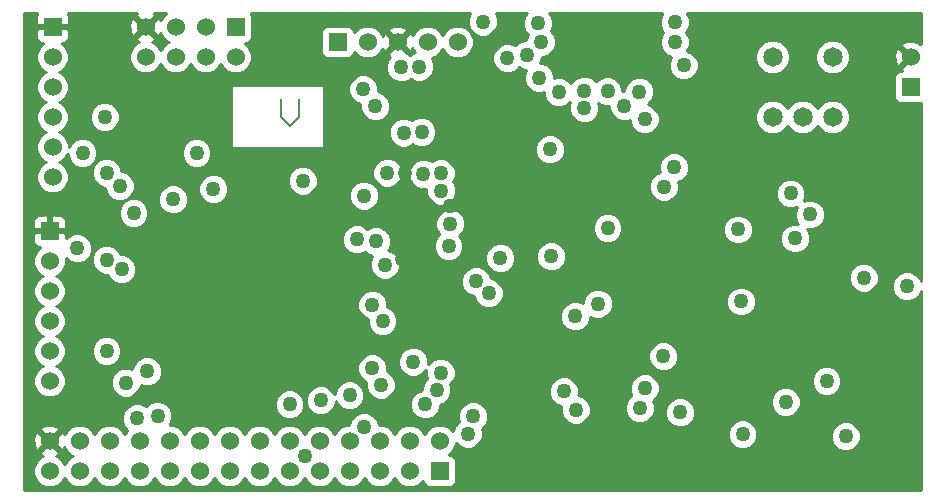
<source format=gbr>
G04 (created by PCBNEW-RS274X (2012-01-19 BZR 3256)-stable) date 4/11/2013 5:03:57 PM*
G01*
G70*
G90*
%MOIN*%
G04 Gerber Fmt 3.4, Leading zero omitted, Abs format*
%FSLAX34Y34*%
G04 APERTURE LIST*
%ADD10C,0.006000*%
%ADD11C,0.065000*%
%ADD12R,0.060000X0.060000*%
%ADD13C,0.060000*%
%ADD14C,0.050000*%
%ADD15C,0.007000*%
%ADD16C,0.010000*%
G04 APERTURE END LIST*
G54D10*
G54D11*
X73500Y-44000D03*
X72500Y-42000D03*
X74500Y-42000D03*
X72500Y-44000D03*
X74500Y-44000D03*
G54D12*
X58000Y-41500D03*
G54D13*
X59000Y-41500D03*
X60000Y-41500D03*
X61000Y-41500D03*
X62000Y-41500D03*
G54D12*
X54600Y-41000D03*
G54D13*
X54600Y-42000D03*
X53600Y-41000D03*
X53600Y-42000D03*
X52600Y-41000D03*
X52600Y-42000D03*
X51600Y-41000D03*
X51600Y-42000D03*
G54D12*
X77100Y-43000D03*
G54D13*
X77100Y-42000D03*
G54D12*
X48500Y-41000D03*
G54D13*
X48500Y-42000D03*
X48500Y-43000D03*
X48500Y-44000D03*
X48500Y-45000D03*
X48500Y-46000D03*
G54D12*
X48400Y-47800D03*
G54D13*
X48400Y-48800D03*
X48400Y-49800D03*
X48400Y-50800D03*
X48400Y-51800D03*
X48400Y-52800D03*
G54D12*
X61400Y-55800D03*
G54D13*
X61400Y-54800D03*
X60400Y-55800D03*
X60400Y-54800D03*
X59400Y-55800D03*
X59400Y-54800D03*
X58400Y-55800D03*
X58400Y-54800D03*
X57400Y-55800D03*
X57400Y-54800D03*
X56400Y-55800D03*
X56400Y-54800D03*
X55400Y-55800D03*
X55400Y-54800D03*
X54400Y-55800D03*
X54400Y-54800D03*
X53400Y-55800D03*
X53400Y-54800D03*
X52400Y-55800D03*
X52400Y-54800D03*
X51400Y-55800D03*
X51400Y-54800D03*
X50400Y-55800D03*
X50400Y-54800D03*
X49400Y-55800D03*
X49400Y-54800D03*
X48400Y-55800D03*
X48400Y-54800D03*
G54D14*
X51200Y-47200D03*
X60200Y-44520D03*
X60120Y-42340D03*
X60800Y-44500D03*
X60720Y-42320D03*
X49500Y-45200D03*
X59500Y-50800D03*
X50940Y-52860D03*
X59440Y-52920D03*
X58880Y-54340D03*
X58640Y-48080D03*
X59280Y-48140D03*
X68060Y-43160D03*
X63660Y-42040D03*
X58860Y-43080D03*
X67560Y-43640D03*
X59260Y-43640D03*
X59580Y-48920D03*
X64720Y-42700D03*
X65920Y-50640D03*
X65380Y-43180D03*
X66220Y-43120D03*
X66680Y-50220D03*
X67000Y-43140D03*
X67000Y-47700D03*
X59160Y-52380D03*
X51660Y-52480D03*
X51320Y-54040D03*
X59160Y-50260D03*
X60920Y-53580D03*
X56400Y-53580D03*
X60860Y-45900D03*
X61440Y-45880D03*
X57440Y-53440D03*
X61300Y-53100D03*
X61460Y-46460D03*
X58400Y-53280D03*
X61440Y-52520D03*
X50740Y-46300D03*
X50800Y-49080D03*
X50300Y-45860D03*
X50240Y-44000D03*
X49320Y-48380D03*
X50300Y-51800D03*
X50300Y-48760D03*
X52000Y-53960D03*
X62620Y-49480D03*
X62520Y-53980D03*
X53300Y-45200D03*
X74750Y-48900D03*
X74080Y-54620D03*
X60140Y-48720D03*
X75300Y-47850D03*
X75960Y-54520D03*
X74700Y-51440D03*
X76250Y-48850D03*
X70050Y-48250D03*
X75650Y-46800D03*
X77050Y-48850D03*
X67420Y-46660D03*
X76700Y-47250D03*
X66780Y-53800D03*
X70300Y-53740D03*
X58660Y-47400D03*
X74450Y-50150D03*
X54060Y-47800D03*
X60260Y-45880D03*
X61760Y-46960D03*
X58880Y-46620D03*
X68240Y-53040D03*
X68240Y-44080D03*
X61700Y-48300D03*
X63040Y-49880D03*
X62340Y-54560D03*
X56840Y-46120D03*
X71500Y-54580D03*
X56900Y-55300D03*
X68860Y-51980D03*
X68880Y-46320D03*
X62840Y-40820D03*
X63420Y-48700D03*
X52520Y-46740D03*
X65080Y-45080D03*
X65120Y-48640D03*
X65940Y-53760D03*
X66220Y-43700D03*
X53860Y-46400D03*
X69420Y-53840D03*
X69220Y-45680D03*
X64780Y-41500D03*
X76980Y-49640D03*
X73750Y-47250D03*
X69540Y-42280D03*
X69240Y-40840D03*
X64680Y-40880D03*
X69240Y-41500D03*
X60520Y-52160D03*
X61760Y-47560D03*
X73100Y-46550D03*
X74940Y-54640D03*
X68080Y-53700D03*
X73250Y-48050D03*
X74300Y-52800D03*
X65540Y-53140D03*
X59660Y-45860D03*
X75540Y-49360D03*
X64320Y-41920D03*
X71350Y-47750D03*
X71450Y-50150D03*
X72940Y-53500D03*
G54D15*
X56700Y-44000D02*
X56400Y-44300D01*
X56700Y-43400D02*
X56700Y-44000D01*
X56100Y-44000D02*
X56400Y-44300D01*
X56100Y-44000D02*
X56100Y-43400D01*
G54D10*
G36*
X77450Y-56450D02*
X76039Y-56450D01*
X76039Y-49459D01*
X76039Y-49261D01*
X75963Y-49078D01*
X75823Y-48937D01*
X75639Y-48861D01*
X75441Y-48861D01*
X75258Y-48937D01*
X75117Y-49077D01*
X75075Y-49178D01*
X75075Y-44115D01*
X75075Y-43886D01*
X75075Y-42115D01*
X75075Y-41886D01*
X74988Y-41675D01*
X74826Y-41513D01*
X74615Y-41425D01*
X74386Y-41425D01*
X74175Y-41512D01*
X74013Y-41674D01*
X73925Y-41885D01*
X73925Y-42114D01*
X74012Y-42325D01*
X74174Y-42487D01*
X74385Y-42575D01*
X74614Y-42575D01*
X74825Y-42488D01*
X74987Y-42326D01*
X75075Y-42115D01*
X75075Y-43886D01*
X74988Y-43675D01*
X74826Y-43513D01*
X74615Y-43425D01*
X74386Y-43425D01*
X74175Y-43512D01*
X74013Y-43674D01*
X74000Y-43704D01*
X73988Y-43675D01*
X73826Y-43513D01*
X73615Y-43425D01*
X73386Y-43425D01*
X73175Y-43512D01*
X73075Y-43612D01*
X73075Y-42115D01*
X73075Y-41886D01*
X72988Y-41675D01*
X72826Y-41513D01*
X72615Y-41425D01*
X72386Y-41425D01*
X72175Y-41512D01*
X72013Y-41674D01*
X71925Y-41885D01*
X71925Y-42114D01*
X72012Y-42325D01*
X72174Y-42487D01*
X72385Y-42575D01*
X72614Y-42575D01*
X72825Y-42488D01*
X72987Y-42326D01*
X73075Y-42115D01*
X73075Y-43612D01*
X73013Y-43674D01*
X73000Y-43704D01*
X72988Y-43675D01*
X72826Y-43513D01*
X72615Y-43425D01*
X72386Y-43425D01*
X72175Y-43512D01*
X72013Y-43674D01*
X71925Y-43885D01*
X71925Y-44114D01*
X72012Y-44325D01*
X72174Y-44487D01*
X72385Y-44575D01*
X72614Y-44575D01*
X72825Y-44488D01*
X72987Y-44326D01*
X72999Y-44295D01*
X73012Y-44325D01*
X73174Y-44487D01*
X73385Y-44575D01*
X73614Y-44575D01*
X73825Y-44488D01*
X73987Y-44326D01*
X73999Y-44295D01*
X74012Y-44325D01*
X74174Y-44487D01*
X74385Y-44575D01*
X74614Y-44575D01*
X74825Y-44488D01*
X74987Y-44326D01*
X75075Y-44115D01*
X75075Y-49178D01*
X75041Y-49261D01*
X75041Y-49459D01*
X75117Y-49642D01*
X75257Y-49783D01*
X75441Y-49859D01*
X75639Y-49859D01*
X75822Y-49783D01*
X75963Y-49643D01*
X76039Y-49459D01*
X76039Y-56450D01*
X75439Y-56450D01*
X75439Y-54739D01*
X75439Y-54541D01*
X75363Y-54358D01*
X75223Y-54217D01*
X75039Y-54141D01*
X74841Y-54141D01*
X74799Y-54158D01*
X74799Y-52899D01*
X74799Y-52701D01*
X74723Y-52518D01*
X74583Y-52377D01*
X74399Y-52301D01*
X74249Y-52301D01*
X74249Y-47349D01*
X74249Y-47151D01*
X74173Y-46968D01*
X74033Y-46827D01*
X73849Y-46751D01*
X73651Y-46751D01*
X73537Y-46798D01*
X73599Y-46649D01*
X73599Y-46451D01*
X73523Y-46268D01*
X73383Y-46127D01*
X73199Y-46051D01*
X73001Y-46051D01*
X72818Y-46127D01*
X72677Y-46267D01*
X72601Y-46451D01*
X72601Y-46649D01*
X72677Y-46832D01*
X72817Y-46973D01*
X73001Y-47049D01*
X73199Y-47049D01*
X73312Y-47001D01*
X73251Y-47151D01*
X73251Y-47349D01*
X73327Y-47532D01*
X73345Y-47551D01*
X73151Y-47551D01*
X72968Y-47627D01*
X72827Y-47767D01*
X72751Y-47951D01*
X72751Y-48149D01*
X72827Y-48332D01*
X72967Y-48473D01*
X73151Y-48549D01*
X73349Y-48549D01*
X73532Y-48473D01*
X73673Y-48333D01*
X73749Y-48149D01*
X73749Y-47951D01*
X73673Y-47768D01*
X73654Y-47749D01*
X73849Y-47749D01*
X74032Y-47673D01*
X74173Y-47533D01*
X74249Y-47349D01*
X74249Y-52301D01*
X74201Y-52301D01*
X74018Y-52377D01*
X73877Y-52517D01*
X73801Y-52701D01*
X73801Y-52899D01*
X73877Y-53082D01*
X74017Y-53223D01*
X74201Y-53299D01*
X74399Y-53299D01*
X74582Y-53223D01*
X74723Y-53083D01*
X74799Y-52899D01*
X74799Y-54158D01*
X74658Y-54217D01*
X74517Y-54357D01*
X74441Y-54541D01*
X74441Y-54739D01*
X74517Y-54922D01*
X74657Y-55063D01*
X74841Y-55139D01*
X75039Y-55139D01*
X75222Y-55063D01*
X75363Y-54923D01*
X75439Y-54739D01*
X75439Y-56450D01*
X73439Y-56450D01*
X73439Y-53599D01*
X73439Y-53401D01*
X73363Y-53218D01*
X73223Y-53077D01*
X73039Y-53001D01*
X72841Y-53001D01*
X72658Y-53077D01*
X72517Y-53217D01*
X72441Y-53401D01*
X72441Y-53599D01*
X72517Y-53782D01*
X72657Y-53923D01*
X72841Y-53999D01*
X73039Y-53999D01*
X73222Y-53923D01*
X73363Y-53783D01*
X73439Y-53599D01*
X73439Y-56450D01*
X71999Y-56450D01*
X71999Y-54679D01*
X71999Y-54481D01*
X71949Y-54360D01*
X71949Y-50249D01*
X71949Y-50051D01*
X71873Y-49868D01*
X71849Y-49843D01*
X71849Y-47849D01*
X71849Y-47651D01*
X71773Y-47468D01*
X71633Y-47327D01*
X71449Y-47251D01*
X71251Y-47251D01*
X71068Y-47327D01*
X70927Y-47467D01*
X70851Y-47651D01*
X70851Y-47849D01*
X70927Y-48032D01*
X71067Y-48173D01*
X71251Y-48249D01*
X71449Y-48249D01*
X71632Y-48173D01*
X71773Y-48033D01*
X71849Y-47849D01*
X71849Y-49843D01*
X71733Y-49727D01*
X71549Y-49651D01*
X71351Y-49651D01*
X71168Y-49727D01*
X71027Y-49867D01*
X70951Y-50051D01*
X70951Y-50249D01*
X71027Y-50432D01*
X71167Y-50573D01*
X71351Y-50649D01*
X71549Y-50649D01*
X71732Y-50573D01*
X71873Y-50433D01*
X71949Y-50249D01*
X71949Y-54360D01*
X71923Y-54298D01*
X71783Y-54157D01*
X71599Y-54081D01*
X71401Y-54081D01*
X71218Y-54157D01*
X71077Y-54297D01*
X71001Y-54481D01*
X71001Y-54679D01*
X71077Y-54862D01*
X71217Y-55003D01*
X71401Y-55079D01*
X71599Y-55079D01*
X71782Y-55003D01*
X71923Y-54863D01*
X71999Y-54679D01*
X71999Y-56450D01*
X69919Y-56450D01*
X69919Y-53939D01*
X69919Y-53741D01*
X69843Y-53558D01*
X69719Y-53433D01*
X69719Y-45779D01*
X69719Y-45581D01*
X69643Y-45398D01*
X69503Y-45257D01*
X69319Y-45181D01*
X69121Y-45181D01*
X68938Y-45257D01*
X68797Y-45397D01*
X68721Y-45581D01*
X68721Y-45779D01*
X68744Y-45836D01*
X68598Y-45897D01*
X68457Y-46037D01*
X68381Y-46221D01*
X68381Y-46419D01*
X68457Y-46602D01*
X68597Y-46743D01*
X68781Y-46819D01*
X68979Y-46819D01*
X69162Y-46743D01*
X69303Y-46603D01*
X69379Y-46419D01*
X69379Y-46221D01*
X69355Y-46163D01*
X69502Y-46103D01*
X69643Y-45963D01*
X69719Y-45779D01*
X69719Y-53433D01*
X69703Y-53417D01*
X69519Y-53341D01*
X69359Y-53341D01*
X69359Y-52079D01*
X69359Y-51881D01*
X69283Y-51698D01*
X69143Y-51557D01*
X68959Y-51481D01*
X68761Y-51481D01*
X68578Y-51557D01*
X68437Y-51697D01*
X68361Y-51881D01*
X68361Y-52079D01*
X68437Y-52262D01*
X68577Y-52403D01*
X68761Y-52479D01*
X68959Y-52479D01*
X69142Y-52403D01*
X69283Y-52263D01*
X69359Y-52079D01*
X69359Y-53341D01*
X69321Y-53341D01*
X69138Y-53417D01*
X68997Y-53557D01*
X68921Y-53741D01*
X68921Y-53939D01*
X68997Y-54122D01*
X69137Y-54263D01*
X69321Y-54339D01*
X69519Y-54339D01*
X69702Y-54263D01*
X69843Y-54123D01*
X69919Y-53939D01*
X69919Y-56450D01*
X68739Y-56450D01*
X68739Y-53139D01*
X68739Y-52941D01*
X68663Y-52758D01*
X68523Y-52617D01*
X68339Y-52541D01*
X68141Y-52541D01*
X67958Y-52617D01*
X67817Y-52757D01*
X67741Y-52941D01*
X67741Y-53139D01*
X67798Y-53276D01*
X67798Y-53277D01*
X67657Y-53417D01*
X67581Y-53601D01*
X67581Y-53799D01*
X67657Y-53982D01*
X67797Y-54123D01*
X67981Y-54199D01*
X68179Y-54199D01*
X68362Y-54123D01*
X68503Y-53983D01*
X68579Y-53799D01*
X68579Y-53601D01*
X68522Y-53463D01*
X68663Y-53323D01*
X68739Y-53139D01*
X68739Y-56450D01*
X67499Y-56450D01*
X67499Y-47799D01*
X67499Y-47601D01*
X67423Y-47418D01*
X67283Y-47277D01*
X67099Y-47201D01*
X66901Y-47201D01*
X66718Y-47277D01*
X66577Y-47417D01*
X66501Y-47601D01*
X66501Y-47799D01*
X66577Y-47982D01*
X66717Y-48123D01*
X66901Y-48199D01*
X67099Y-48199D01*
X67282Y-48123D01*
X67423Y-47983D01*
X67499Y-47799D01*
X67499Y-56450D01*
X67179Y-56450D01*
X67179Y-50319D01*
X67179Y-50121D01*
X67103Y-49938D01*
X66963Y-49797D01*
X66779Y-49721D01*
X66581Y-49721D01*
X66398Y-49797D01*
X66257Y-49937D01*
X66181Y-50121D01*
X66181Y-50207D01*
X66019Y-50141D01*
X65821Y-50141D01*
X65638Y-50217D01*
X65619Y-50235D01*
X65619Y-48739D01*
X65619Y-48541D01*
X65579Y-48444D01*
X65579Y-45179D01*
X65579Y-44981D01*
X65503Y-44798D01*
X65363Y-44657D01*
X65179Y-44581D01*
X64981Y-44581D01*
X64798Y-44657D01*
X64657Y-44797D01*
X64581Y-44981D01*
X64581Y-45179D01*
X64657Y-45362D01*
X64797Y-45503D01*
X64981Y-45579D01*
X65179Y-45579D01*
X65362Y-45503D01*
X65503Y-45363D01*
X65579Y-45179D01*
X65579Y-48444D01*
X65543Y-48358D01*
X65403Y-48217D01*
X65219Y-48141D01*
X65021Y-48141D01*
X64838Y-48217D01*
X64697Y-48357D01*
X64621Y-48541D01*
X64621Y-48739D01*
X64697Y-48922D01*
X64837Y-49063D01*
X65021Y-49139D01*
X65219Y-49139D01*
X65402Y-49063D01*
X65543Y-48923D01*
X65619Y-48739D01*
X65619Y-50235D01*
X65497Y-50357D01*
X65421Y-50541D01*
X65421Y-50739D01*
X65497Y-50922D01*
X65637Y-51063D01*
X65821Y-51139D01*
X66019Y-51139D01*
X66202Y-51063D01*
X66343Y-50923D01*
X66419Y-50739D01*
X66419Y-50652D01*
X66581Y-50719D01*
X66779Y-50719D01*
X66962Y-50643D01*
X67103Y-50503D01*
X67179Y-50319D01*
X67179Y-56450D01*
X66439Y-56450D01*
X66439Y-53859D01*
X66439Y-53661D01*
X66363Y-53478D01*
X66223Y-53337D01*
X66039Y-53261D01*
X66029Y-53261D01*
X66039Y-53239D01*
X66039Y-53041D01*
X65963Y-52858D01*
X65823Y-52717D01*
X65639Y-52641D01*
X65441Y-52641D01*
X65258Y-52717D01*
X65117Y-52857D01*
X65041Y-53041D01*
X65041Y-53239D01*
X65117Y-53422D01*
X65257Y-53563D01*
X65441Y-53639D01*
X65450Y-53639D01*
X65441Y-53661D01*
X65441Y-53859D01*
X65517Y-54042D01*
X65657Y-54183D01*
X65841Y-54259D01*
X66039Y-54259D01*
X66222Y-54183D01*
X66363Y-54043D01*
X66439Y-53859D01*
X66439Y-56450D01*
X63919Y-56450D01*
X63919Y-48799D01*
X63919Y-48601D01*
X63843Y-48418D01*
X63703Y-48277D01*
X63519Y-48201D01*
X63321Y-48201D01*
X63138Y-48277D01*
X62997Y-48417D01*
X62921Y-48601D01*
X62921Y-48799D01*
X62997Y-48982D01*
X63137Y-49123D01*
X63321Y-49199D01*
X63519Y-49199D01*
X63702Y-49123D01*
X63843Y-48983D01*
X63919Y-48799D01*
X63919Y-56450D01*
X63539Y-56450D01*
X63539Y-49979D01*
X63539Y-49781D01*
X63463Y-49598D01*
X63323Y-49457D01*
X63139Y-49381D01*
X63119Y-49381D01*
X63043Y-49198D01*
X62903Y-49057D01*
X62719Y-48981D01*
X62549Y-48981D01*
X62549Y-41609D01*
X62549Y-41391D01*
X62465Y-41189D01*
X62311Y-41035D01*
X62109Y-40951D01*
X61891Y-40951D01*
X61689Y-41035D01*
X61535Y-41189D01*
X61500Y-41273D01*
X61465Y-41189D01*
X61311Y-41035D01*
X61109Y-40951D01*
X60891Y-40951D01*
X60689Y-41035D01*
X60535Y-41189D01*
X60497Y-41280D01*
X60472Y-41219D01*
X60378Y-41192D01*
X60308Y-41262D01*
X60308Y-41122D01*
X60281Y-41028D01*
X60079Y-40957D01*
X59866Y-40968D01*
X59719Y-41028D01*
X59692Y-41122D01*
X60000Y-41429D01*
X60308Y-41122D01*
X60308Y-41262D01*
X60071Y-41500D01*
X60378Y-41808D01*
X60472Y-41781D01*
X60495Y-41715D01*
X60535Y-41811D01*
X60567Y-41843D01*
X60438Y-41897D01*
X60410Y-41924D01*
X60403Y-41917D01*
X60308Y-41878D01*
X60307Y-41877D01*
X60000Y-41571D01*
X59929Y-41641D01*
X59929Y-41500D01*
X59622Y-41192D01*
X59528Y-41219D01*
X59504Y-41284D01*
X59465Y-41189D01*
X59311Y-41035D01*
X59109Y-40951D01*
X58891Y-40951D01*
X58689Y-41035D01*
X58549Y-41175D01*
X58549Y-41151D01*
X58511Y-41059D01*
X58441Y-40989D01*
X58350Y-40951D01*
X58251Y-40951D01*
X57651Y-40951D01*
X57559Y-40989D01*
X57489Y-41059D01*
X57451Y-41150D01*
X57451Y-41249D01*
X57451Y-41849D01*
X57489Y-41941D01*
X57559Y-42011D01*
X57650Y-42049D01*
X57749Y-42049D01*
X58349Y-42049D01*
X58441Y-42011D01*
X58511Y-41941D01*
X58549Y-41850D01*
X58549Y-41825D01*
X58689Y-41965D01*
X58891Y-42049D01*
X59109Y-42049D01*
X59311Y-41965D01*
X59465Y-41811D01*
X59502Y-41719D01*
X59528Y-41781D01*
X59622Y-41808D01*
X59929Y-41500D01*
X59929Y-41641D01*
X59692Y-41878D01*
X59719Y-41972D01*
X59765Y-41988D01*
X59697Y-42057D01*
X59621Y-42241D01*
X59621Y-42439D01*
X59697Y-42622D01*
X59837Y-42763D01*
X60021Y-42839D01*
X60219Y-42839D01*
X60402Y-42763D01*
X60429Y-42735D01*
X60437Y-42743D01*
X60621Y-42819D01*
X60819Y-42819D01*
X61002Y-42743D01*
X61143Y-42603D01*
X61219Y-42419D01*
X61219Y-42221D01*
X61143Y-42038D01*
X61140Y-42035D01*
X61311Y-41965D01*
X61465Y-41811D01*
X61500Y-41726D01*
X61535Y-41811D01*
X61689Y-41965D01*
X61891Y-42049D01*
X62109Y-42049D01*
X62311Y-41965D01*
X62465Y-41811D01*
X62549Y-41609D01*
X62549Y-48981D01*
X62521Y-48981D01*
X62338Y-49057D01*
X62259Y-49135D01*
X62259Y-47659D01*
X62259Y-47461D01*
X62183Y-47278D01*
X62043Y-47137D01*
X61959Y-47102D01*
X61959Y-46559D01*
X61959Y-46361D01*
X61883Y-46178D01*
X61864Y-46159D01*
X61939Y-45979D01*
X61939Y-45781D01*
X61863Y-45598D01*
X61723Y-45457D01*
X61539Y-45381D01*
X61341Y-45381D01*
X61299Y-45398D01*
X61299Y-44599D01*
X61299Y-44401D01*
X61223Y-44218D01*
X61083Y-44077D01*
X60899Y-44001D01*
X60701Y-44001D01*
X60518Y-44077D01*
X60490Y-44104D01*
X60483Y-44097D01*
X60299Y-44021D01*
X60101Y-44021D01*
X59918Y-44097D01*
X59777Y-44237D01*
X59759Y-44280D01*
X59759Y-43739D01*
X59759Y-43541D01*
X59683Y-43358D01*
X59543Y-43217D01*
X59359Y-43141D01*
X59359Y-42981D01*
X59283Y-42798D01*
X59143Y-42657D01*
X58959Y-42581D01*
X58761Y-42581D01*
X58578Y-42657D01*
X58437Y-42797D01*
X58361Y-42981D01*
X58361Y-43179D01*
X58437Y-43362D01*
X58577Y-43503D01*
X58761Y-43579D01*
X58761Y-43739D01*
X58837Y-43922D01*
X58977Y-44063D01*
X59161Y-44139D01*
X59359Y-44139D01*
X59542Y-44063D01*
X59683Y-43923D01*
X59759Y-43739D01*
X59759Y-44280D01*
X59701Y-44421D01*
X59701Y-44619D01*
X59777Y-44802D01*
X59917Y-44943D01*
X60101Y-45019D01*
X60299Y-45019D01*
X60482Y-44943D01*
X60509Y-44915D01*
X60517Y-44923D01*
X60701Y-44999D01*
X60899Y-44999D01*
X61082Y-44923D01*
X61223Y-44783D01*
X61299Y-44599D01*
X61299Y-45398D01*
X61158Y-45457D01*
X61139Y-45475D01*
X60959Y-45401D01*
X60761Y-45401D01*
X60578Y-45477D01*
X60437Y-45617D01*
X60361Y-45801D01*
X60361Y-45999D01*
X60437Y-46182D01*
X60577Y-46323D01*
X60761Y-46399D01*
X60959Y-46399D01*
X60961Y-46398D01*
X60961Y-46559D01*
X61037Y-46742D01*
X61177Y-46883D01*
X61361Y-46959D01*
X61559Y-46959D01*
X61742Y-46883D01*
X61883Y-46743D01*
X61959Y-46559D01*
X61959Y-47102D01*
X61859Y-47061D01*
X61661Y-47061D01*
X61478Y-47137D01*
X61337Y-47277D01*
X61261Y-47461D01*
X61261Y-47659D01*
X61337Y-47842D01*
X61394Y-47900D01*
X61277Y-48017D01*
X61201Y-48201D01*
X61201Y-48399D01*
X61277Y-48582D01*
X61417Y-48723D01*
X61601Y-48799D01*
X61799Y-48799D01*
X61982Y-48723D01*
X62123Y-48583D01*
X62199Y-48399D01*
X62199Y-48201D01*
X62123Y-48018D01*
X62065Y-47959D01*
X62183Y-47843D01*
X62259Y-47659D01*
X62259Y-49135D01*
X62197Y-49197D01*
X62121Y-49381D01*
X62121Y-49579D01*
X62197Y-49762D01*
X62337Y-49903D01*
X62521Y-49979D01*
X62541Y-49979D01*
X62617Y-50162D01*
X62757Y-50303D01*
X62941Y-50379D01*
X63139Y-50379D01*
X63322Y-50303D01*
X63463Y-50163D01*
X63539Y-49979D01*
X63539Y-56450D01*
X63019Y-56450D01*
X63019Y-54079D01*
X63019Y-53881D01*
X62943Y-53698D01*
X62803Y-53557D01*
X62619Y-53481D01*
X62421Y-53481D01*
X62238Y-53557D01*
X62097Y-53697D01*
X62021Y-53881D01*
X62021Y-54079D01*
X62048Y-54146D01*
X61939Y-54255D01*
X61939Y-52619D01*
X61939Y-52421D01*
X61863Y-52238D01*
X61723Y-52097D01*
X61539Y-52021D01*
X61341Y-52021D01*
X61158Y-52097D01*
X61019Y-52235D01*
X61019Y-52061D01*
X60943Y-51878D01*
X60803Y-51737D01*
X60619Y-51661D01*
X60421Y-51661D01*
X60238Y-51737D01*
X60159Y-51815D01*
X60159Y-45959D01*
X60159Y-45761D01*
X60083Y-45578D01*
X59943Y-45437D01*
X59759Y-45361D01*
X59561Y-45361D01*
X59378Y-45437D01*
X59237Y-45577D01*
X59161Y-45761D01*
X59161Y-45959D01*
X59237Y-46142D01*
X59377Y-46283D01*
X59561Y-46359D01*
X59759Y-46359D01*
X59942Y-46283D01*
X60083Y-46143D01*
X60159Y-45959D01*
X60159Y-51815D01*
X60097Y-51877D01*
X60079Y-51920D01*
X60079Y-49019D01*
X60079Y-48821D01*
X60003Y-48638D01*
X59863Y-48497D01*
X59697Y-48428D01*
X59703Y-48423D01*
X59779Y-48239D01*
X59779Y-48041D01*
X59703Y-47858D01*
X59563Y-47717D01*
X59379Y-47641D01*
X59379Y-46719D01*
X59379Y-46521D01*
X59303Y-46338D01*
X59163Y-46197D01*
X58979Y-46121D01*
X58781Y-46121D01*
X58598Y-46197D01*
X58457Y-46337D01*
X58381Y-46521D01*
X58381Y-46719D01*
X58457Y-46902D01*
X58597Y-47043D01*
X58781Y-47119D01*
X58979Y-47119D01*
X59162Y-47043D01*
X59303Y-46903D01*
X59379Y-46719D01*
X59379Y-47641D01*
X59181Y-47641D01*
X58998Y-47717D01*
X58990Y-47724D01*
X58923Y-47657D01*
X58739Y-47581D01*
X58541Y-47581D01*
X58358Y-47657D01*
X58217Y-47797D01*
X58141Y-47981D01*
X58141Y-48179D01*
X58217Y-48362D01*
X58357Y-48503D01*
X58541Y-48579D01*
X58739Y-48579D01*
X58922Y-48503D01*
X58929Y-48495D01*
X58997Y-48563D01*
X59162Y-48631D01*
X59157Y-48637D01*
X59081Y-48821D01*
X59081Y-49019D01*
X59157Y-49202D01*
X59297Y-49343D01*
X59481Y-49419D01*
X59679Y-49419D01*
X59862Y-49343D01*
X60003Y-49203D01*
X60079Y-49019D01*
X60079Y-51920D01*
X60021Y-52061D01*
X60021Y-52259D01*
X60097Y-52442D01*
X60237Y-52583D01*
X60421Y-52659D01*
X60619Y-52659D01*
X60802Y-52583D01*
X60941Y-52444D01*
X60941Y-52619D01*
X60980Y-52714D01*
X60877Y-52817D01*
X60801Y-53001D01*
X60801Y-53089D01*
X60638Y-53157D01*
X60497Y-53297D01*
X60421Y-53481D01*
X60421Y-53679D01*
X60497Y-53862D01*
X60637Y-54003D01*
X60821Y-54079D01*
X61019Y-54079D01*
X61202Y-54003D01*
X61343Y-53863D01*
X61419Y-53679D01*
X61419Y-53590D01*
X61582Y-53523D01*
X61723Y-53383D01*
X61799Y-53199D01*
X61799Y-53001D01*
X61759Y-52905D01*
X61863Y-52803D01*
X61939Y-52619D01*
X61939Y-54255D01*
X61917Y-54277D01*
X61841Y-54461D01*
X61841Y-54465D01*
X61711Y-54335D01*
X61509Y-54251D01*
X61291Y-54251D01*
X61089Y-54335D01*
X60935Y-54489D01*
X60900Y-54573D01*
X60865Y-54489D01*
X60711Y-54335D01*
X60509Y-54251D01*
X60291Y-54251D01*
X60089Y-54335D01*
X59999Y-54425D01*
X59999Y-50899D01*
X59999Y-50701D01*
X59923Y-50518D01*
X59783Y-50377D01*
X59659Y-50325D01*
X59659Y-50161D01*
X59583Y-49978D01*
X59443Y-49837D01*
X59259Y-49761D01*
X59061Y-49761D01*
X58878Y-49837D01*
X58737Y-49977D01*
X58661Y-50161D01*
X58661Y-50359D01*
X58737Y-50542D01*
X58877Y-50683D01*
X59001Y-50734D01*
X59001Y-50899D01*
X59077Y-51082D01*
X59217Y-51223D01*
X59401Y-51299D01*
X59599Y-51299D01*
X59782Y-51223D01*
X59923Y-51083D01*
X59999Y-50899D01*
X59999Y-54425D01*
X59939Y-54485D01*
X59939Y-53019D01*
X59939Y-52821D01*
X59863Y-52638D01*
X59723Y-52497D01*
X59659Y-52470D01*
X59659Y-52281D01*
X59583Y-52098D01*
X59443Y-51957D01*
X59259Y-51881D01*
X59061Y-51881D01*
X58878Y-51957D01*
X58737Y-52097D01*
X58661Y-52281D01*
X58661Y-52479D01*
X58737Y-52662D01*
X58877Y-52803D01*
X58941Y-52829D01*
X58941Y-53019D01*
X59017Y-53202D01*
X59157Y-53343D01*
X59341Y-53419D01*
X59539Y-53419D01*
X59722Y-53343D01*
X59863Y-53203D01*
X59939Y-53019D01*
X59939Y-54485D01*
X59935Y-54489D01*
X59900Y-54573D01*
X59865Y-54489D01*
X59711Y-54335D01*
X59509Y-54251D01*
X59379Y-54251D01*
X59379Y-54241D01*
X59303Y-54058D01*
X59163Y-53917D01*
X58979Y-53841D01*
X58899Y-53841D01*
X58899Y-53379D01*
X58899Y-53181D01*
X58823Y-52998D01*
X58683Y-52857D01*
X58499Y-52781D01*
X58301Y-52781D01*
X58118Y-52857D01*
X57977Y-52997D01*
X57901Y-53181D01*
X57901Y-53249D01*
X57863Y-53158D01*
X57723Y-53017D01*
X57550Y-52945D01*
X57550Y-45050D01*
X57550Y-42950D01*
X54450Y-42950D01*
X54450Y-45050D01*
X57550Y-45050D01*
X57550Y-52945D01*
X57539Y-52941D01*
X57341Y-52941D01*
X57339Y-52941D01*
X57339Y-46219D01*
X57339Y-46021D01*
X57263Y-45838D01*
X57123Y-45697D01*
X56939Y-45621D01*
X56741Y-45621D01*
X56558Y-45697D01*
X56417Y-45837D01*
X56341Y-46021D01*
X56341Y-46219D01*
X56417Y-46402D01*
X56557Y-46543D01*
X56741Y-46619D01*
X56939Y-46619D01*
X57122Y-46543D01*
X57263Y-46403D01*
X57339Y-46219D01*
X57339Y-52941D01*
X57158Y-53017D01*
X57017Y-53157D01*
X56941Y-53341D01*
X56941Y-53539D01*
X57017Y-53722D01*
X57157Y-53863D01*
X57341Y-53939D01*
X57539Y-53939D01*
X57550Y-53934D01*
X57722Y-53863D01*
X57863Y-53723D01*
X57939Y-53539D01*
X57939Y-53470D01*
X57977Y-53562D01*
X58117Y-53703D01*
X58301Y-53779D01*
X58499Y-53779D01*
X58682Y-53703D01*
X58823Y-53563D01*
X58899Y-53379D01*
X58899Y-53841D01*
X58781Y-53841D01*
X58598Y-53917D01*
X58457Y-54057D01*
X58381Y-54241D01*
X58381Y-54251D01*
X58291Y-54251D01*
X58089Y-54335D01*
X57935Y-54489D01*
X57900Y-54573D01*
X57865Y-54489D01*
X57711Y-54335D01*
X57550Y-54268D01*
X57509Y-54251D01*
X57291Y-54251D01*
X57089Y-54335D01*
X56935Y-54489D01*
X56900Y-54573D01*
X56899Y-54570D01*
X56899Y-53679D01*
X56899Y-53481D01*
X56823Y-53298D01*
X56683Y-53157D01*
X56499Y-53081D01*
X56301Y-53081D01*
X56118Y-53157D01*
X55977Y-53297D01*
X55901Y-53481D01*
X55901Y-53679D01*
X55977Y-53862D01*
X56117Y-54003D01*
X56301Y-54079D01*
X56499Y-54079D01*
X56682Y-54003D01*
X56823Y-53863D01*
X56899Y-53679D01*
X56899Y-54570D01*
X56865Y-54489D01*
X56711Y-54335D01*
X56509Y-54251D01*
X56291Y-54251D01*
X56089Y-54335D01*
X55935Y-54489D01*
X55900Y-54573D01*
X55865Y-54489D01*
X55711Y-54335D01*
X55509Y-54251D01*
X55291Y-54251D01*
X55089Y-54335D01*
X54935Y-54489D01*
X54900Y-54573D01*
X54865Y-54489D01*
X54711Y-54335D01*
X54509Y-54251D01*
X54359Y-54251D01*
X54359Y-46499D01*
X54359Y-46301D01*
X54283Y-46118D01*
X54143Y-45977D01*
X53959Y-45901D01*
X53799Y-45901D01*
X53799Y-45299D01*
X53799Y-45101D01*
X53723Y-44918D01*
X53583Y-44777D01*
X53399Y-44701D01*
X53201Y-44701D01*
X53018Y-44777D01*
X52877Y-44917D01*
X52801Y-45101D01*
X52801Y-45299D01*
X52877Y-45482D01*
X53017Y-45623D01*
X53201Y-45699D01*
X53399Y-45699D01*
X53582Y-45623D01*
X53723Y-45483D01*
X53799Y-45299D01*
X53799Y-45901D01*
X53761Y-45901D01*
X53578Y-45977D01*
X53437Y-46117D01*
X53361Y-46301D01*
X53361Y-46499D01*
X53437Y-46682D01*
X53577Y-46823D01*
X53761Y-46899D01*
X53959Y-46899D01*
X54142Y-46823D01*
X54283Y-46683D01*
X54359Y-46499D01*
X54359Y-54251D01*
X54291Y-54251D01*
X54089Y-54335D01*
X53935Y-54489D01*
X53900Y-54573D01*
X53865Y-54489D01*
X53711Y-54335D01*
X53509Y-54251D01*
X53291Y-54251D01*
X53089Y-54335D01*
X53019Y-54405D01*
X53019Y-46839D01*
X53019Y-46641D01*
X52943Y-46458D01*
X52803Y-46317D01*
X52619Y-46241D01*
X52421Y-46241D01*
X52238Y-46317D01*
X52097Y-46457D01*
X52021Y-46641D01*
X52021Y-46839D01*
X52097Y-47022D01*
X52237Y-47163D01*
X52421Y-47239D01*
X52619Y-47239D01*
X52802Y-47163D01*
X52943Y-47023D01*
X53019Y-46839D01*
X53019Y-54405D01*
X52935Y-54489D01*
X52900Y-54573D01*
X52865Y-54489D01*
X52711Y-54335D01*
X52509Y-54251D01*
X52414Y-54251D01*
X52423Y-54243D01*
X52499Y-54059D01*
X52499Y-53861D01*
X52423Y-53678D01*
X52283Y-53537D01*
X52159Y-53485D01*
X52159Y-52579D01*
X52159Y-52381D01*
X52083Y-52198D01*
X51943Y-52057D01*
X51759Y-51981D01*
X51699Y-51981D01*
X51699Y-47299D01*
X51699Y-47101D01*
X51623Y-46918D01*
X51483Y-46777D01*
X51299Y-46701D01*
X51239Y-46701D01*
X51239Y-46399D01*
X51239Y-46201D01*
X51163Y-46018D01*
X51023Y-45877D01*
X50839Y-45801D01*
X50799Y-45801D01*
X50799Y-45761D01*
X50739Y-45616D01*
X50739Y-44099D01*
X50739Y-43901D01*
X50663Y-43718D01*
X50523Y-43577D01*
X50339Y-43501D01*
X50141Y-43501D01*
X49958Y-43577D01*
X49817Y-43717D01*
X49741Y-43901D01*
X49741Y-44099D01*
X49817Y-44282D01*
X49957Y-44423D01*
X50141Y-44499D01*
X50339Y-44499D01*
X50522Y-44423D01*
X50663Y-44283D01*
X50739Y-44099D01*
X50739Y-45616D01*
X50723Y-45578D01*
X50583Y-45437D01*
X50399Y-45361D01*
X50201Y-45361D01*
X50018Y-45437D01*
X49999Y-45455D01*
X49999Y-45299D01*
X49999Y-45101D01*
X49923Y-44918D01*
X49783Y-44777D01*
X49599Y-44701D01*
X49401Y-44701D01*
X49218Y-44777D01*
X49077Y-44917D01*
X49049Y-44984D01*
X49049Y-44891D01*
X48965Y-44689D01*
X48811Y-44535D01*
X48726Y-44500D01*
X48811Y-44465D01*
X48965Y-44311D01*
X49049Y-44109D01*
X49049Y-43891D01*
X48965Y-43689D01*
X48811Y-43535D01*
X48726Y-43500D01*
X48811Y-43465D01*
X48965Y-43311D01*
X49049Y-43109D01*
X49049Y-42891D01*
X48965Y-42689D01*
X48811Y-42535D01*
X48726Y-42500D01*
X48811Y-42465D01*
X48965Y-42311D01*
X49049Y-42109D01*
X49049Y-41891D01*
X48965Y-41689D01*
X48825Y-41549D01*
X48850Y-41549D01*
X48941Y-41511D01*
X49011Y-41441D01*
X49049Y-41349D01*
X49050Y-41112D01*
X48988Y-41050D01*
X48600Y-41050D01*
X48550Y-41050D01*
X48450Y-41050D01*
X48400Y-41050D01*
X48012Y-41050D01*
X47950Y-41112D01*
X47951Y-41349D01*
X47989Y-41441D01*
X48059Y-41511D01*
X48150Y-41549D01*
X48175Y-41549D01*
X48035Y-41689D01*
X47951Y-41891D01*
X47951Y-42109D01*
X48035Y-42311D01*
X48189Y-42465D01*
X48273Y-42500D01*
X48189Y-42535D01*
X48035Y-42689D01*
X47951Y-42891D01*
X47951Y-43109D01*
X48035Y-43311D01*
X48189Y-43465D01*
X48273Y-43500D01*
X48189Y-43535D01*
X48035Y-43689D01*
X47951Y-43891D01*
X47951Y-44109D01*
X48035Y-44311D01*
X48189Y-44465D01*
X48273Y-44500D01*
X48189Y-44535D01*
X48035Y-44689D01*
X47951Y-44891D01*
X47951Y-45109D01*
X48035Y-45311D01*
X48189Y-45465D01*
X48273Y-45500D01*
X48189Y-45535D01*
X48035Y-45689D01*
X47951Y-45891D01*
X47951Y-46109D01*
X48035Y-46311D01*
X48189Y-46465D01*
X48391Y-46549D01*
X48609Y-46549D01*
X48811Y-46465D01*
X48965Y-46311D01*
X49049Y-46109D01*
X49049Y-45891D01*
X48965Y-45689D01*
X48811Y-45535D01*
X48726Y-45500D01*
X48811Y-45465D01*
X48965Y-45311D01*
X49001Y-45224D01*
X49001Y-45299D01*
X49077Y-45482D01*
X49217Y-45623D01*
X49401Y-45699D01*
X49599Y-45699D01*
X49782Y-45623D01*
X49923Y-45483D01*
X49999Y-45299D01*
X49999Y-45455D01*
X49877Y-45577D01*
X49801Y-45761D01*
X49801Y-45959D01*
X49877Y-46142D01*
X50017Y-46283D01*
X50201Y-46359D01*
X50241Y-46359D01*
X50241Y-46399D01*
X50317Y-46582D01*
X50457Y-46723D01*
X50641Y-46799D01*
X50839Y-46799D01*
X51022Y-46723D01*
X51163Y-46583D01*
X51239Y-46399D01*
X51239Y-46701D01*
X51101Y-46701D01*
X50918Y-46777D01*
X50777Y-46917D01*
X50701Y-47101D01*
X50701Y-47299D01*
X50777Y-47482D01*
X50917Y-47623D01*
X51101Y-47699D01*
X51299Y-47699D01*
X51482Y-47623D01*
X51623Y-47483D01*
X51699Y-47299D01*
X51699Y-51981D01*
X51561Y-51981D01*
X51378Y-52057D01*
X51299Y-52135D01*
X51299Y-49179D01*
X51299Y-48981D01*
X51223Y-48798D01*
X51083Y-48657D01*
X50899Y-48581D01*
X50765Y-48581D01*
X50723Y-48478D01*
X50583Y-48337D01*
X50399Y-48261D01*
X50201Y-48261D01*
X50018Y-48337D01*
X49877Y-48477D01*
X49819Y-48617D01*
X49819Y-48479D01*
X49819Y-48281D01*
X49743Y-48098D01*
X49603Y-47957D01*
X49419Y-47881D01*
X49221Y-47881D01*
X49038Y-47957D01*
X48949Y-48044D01*
X48950Y-47912D01*
X48950Y-47688D01*
X48949Y-47451D01*
X48911Y-47359D01*
X48841Y-47289D01*
X48750Y-47251D01*
X48651Y-47251D01*
X48512Y-47250D01*
X48450Y-47312D01*
X48450Y-47750D01*
X48888Y-47750D01*
X48950Y-47688D01*
X48950Y-47912D01*
X48888Y-47850D01*
X48500Y-47850D01*
X48450Y-47850D01*
X48350Y-47850D01*
X48350Y-47750D01*
X48350Y-47312D01*
X48288Y-47250D01*
X48149Y-47251D01*
X48050Y-47251D01*
X47959Y-47289D01*
X47889Y-47359D01*
X47851Y-47451D01*
X47850Y-47688D01*
X47912Y-47750D01*
X48350Y-47750D01*
X48350Y-47850D01*
X48300Y-47850D01*
X47912Y-47850D01*
X47850Y-47912D01*
X47851Y-48149D01*
X47889Y-48241D01*
X47959Y-48311D01*
X48050Y-48349D01*
X48075Y-48349D01*
X47935Y-48489D01*
X47851Y-48691D01*
X47851Y-48909D01*
X47935Y-49111D01*
X48089Y-49265D01*
X48173Y-49300D01*
X48089Y-49335D01*
X47935Y-49489D01*
X47851Y-49691D01*
X47851Y-49909D01*
X47935Y-50111D01*
X48089Y-50265D01*
X48173Y-50300D01*
X48089Y-50335D01*
X47935Y-50489D01*
X47851Y-50691D01*
X47851Y-50909D01*
X47935Y-51111D01*
X48089Y-51265D01*
X48173Y-51300D01*
X48089Y-51335D01*
X47935Y-51489D01*
X47851Y-51691D01*
X47851Y-51909D01*
X47935Y-52111D01*
X48089Y-52265D01*
X48173Y-52300D01*
X48089Y-52335D01*
X47935Y-52489D01*
X47851Y-52691D01*
X47851Y-52909D01*
X47935Y-53111D01*
X48089Y-53265D01*
X48291Y-53349D01*
X48509Y-53349D01*
X48711Y-53265D01*
X48865Y-53111D01*
X48949Y-52909D01*
X48949Y-52691D01*
X48865Y-52489D01*
X48711Y-52335D01*
X48626Y-52300D01*
X48711Y-52265D01*
X48865Y-52111D01*
X48949Y-51909D01*
X48949Y-51691D01*
X48865Y-51489D01*
X48711Y-51335D01*
X48626Y-51300D01*
X48711Y-51265D01*
X48865Y-51111D01*
X48949Y-50909D01*
X48949Y-50691D01*
X48865Y-50489D01*
X48711Y-50335D01*
X48626Y-50300D01*
X48711Y-50265D01*
X48865Y-50111D01*
X48949Y-49909D01*
X48949Y-49691D01*
X48865Y-49489D01*
X48711Y-49335D01*
X48626Y-49300D01*
X48711Y-49265D01*
X48865Y-49111D01*
X48949Y-48909D01*
X48949Y-48714D01*
X49037Y-48803D01*
X49221Y-48879D01*
X49419Y-48879D01*
X49602Y-48803D01*
X49743Y-48663D01*
X49819Y-48479D01*
X49819Y-48617D01*
X49801Y-48661D01*
X49801Y-48859D01*
X49877Y-49042D01*
X50017Y-49183D01*
X50201Y-49259D01*
X50334Y-49259D01*
X50377Y-49362D01*
X50517Y-49503D01*
X50701Y-49579D01*
X50899Y-49579D01*
X51082Y-49503D01*
X51223Y-49363D01*
X51299Y-49179D01*
X51299Y-52135D01*
X51237Y-52197D01*
X51161Y-52381D01*
X51161Y-52411D01*
X51039Y-52361D01*
X50841Y-52361D01*
X50799Y-52378D01*
X50799Y-51899D01*
X50799Y-51701D01*
X50723Y-51518D01*
X50583Y-51377D01*
X50399Y-51301D01*
X50201Y-51301D01*
X50018Y-51377D01*
X49877Y-51517D01*
X49801Y-51701D01*
X49801Y-51899D01*
X49877Y-52082D01*
X50017Y-52223D01*
X50201Y-52299D01*
X50399Y-52299D01*
X50582Y-52223D01*
X50723Y-52083D01*
X50799Y-51899D01*
X50799Y-52378D01*
X50658Y-52437D01*
X50517Y-52577D01*
X50441Y-52761D01*
X50441Y-52959D01*
X50517Y-53142D01*
X50657Y-53283D01*
X50841Y-53359D01*
X51039Y-53359D01*
X51222Y-53283D01*
X51363Y-53143D01*
X51439Y-52959D01*
X51439Y-52928D01*
X51561Y-52979D01*
X51759Y-52979D01*
X51942Y-52903D01*
X52083Y-52763D01*
X52159Y-52579D01*
X52159Y-53485D01*
X52099Y-53461D01*
X51901Y-53461D01*
X51718Y-53537D01*
X51620Y-53634D01*
X51603Y-53617D01*
X51419Y-53541D01*
X51221Y-53541D01*
X51038Y-53617D01*
X50897Y-53757D01*
X50821Y-53941D01*
X50821Y-54139D01*
X50897Y-54322D01*
X50999Y-54424D01*
X50935Y-54489D01*
X50900Y-54573D01*
X50865Y-54489D01*
X50711Y-54335D01*
X50509Y-54251D01*
X50291Y-54251D01*
X50089Y-54335D01*
X49935Y-54489D01*
X49900Y-54573D01*
X49865Y-54489D01*
X49711Y-54335D01*
X49509Y-54251D01*
X49291Y-54251D01*
X49089Y-54335D01*
X48935Y-54489D01*
X48897Y-54580D01*
X48872Y-54519D01*
X48778Y-54492D01*
X48708Y-54562D01*
X48708Y-54422D01*
X48681Y-54328D01*
X48479Y-54257D01*
X48266Y-54268D01*
X48119Y-54328D01*
X48092Y-54422D01*
X48400Y-54729D01*
X48708Y-54422D01*
X48708Y-54562D01*
X48471Y-54800D01*
X48778Y-55108D01*
X48872Y-55081D01*
X48895Y-55015D01*
X48935Y-55111D01*
X49089Y-55265D01*
X49173Y-55300D01*
X49089Y-55335D01*
X48935Y-55489D01*
X48900Y-55573D01*
X48865Y-55489D01*
X48711Y-55335D01*
X48619Y-55297D01*
X48681Y-55272D01*
X48708Y-55178D01*
X48400Y-54871D01*
X48329Y-54941D01*
X48329Y-54800D01*
X48022Y-54492D01*
X47928Y-54519D01*
X47857Y-54721D01*
X47868Y-54934D01*
X47928Y-55081D01*
X48022Y-55108D01*
X48329Y-54800D01*
X48329Y-54941D01*
X48092Y-55178D01*
X48119Y-55272D01*
X48184Y-55295D01*
X48089Y-55335D01*
X47935Y-55489D01*
X47851Y-55691D01*
X47851Y-55909D01*
X47935Y-56111D01*
X48089Y-56265D01*
X48291Y-56349D01*
X48509Y-56349D01*
X48711Y-56265D01*
X48865Y-56111D01*
X48900Y-56026D01*
X48935Y-56111D01*
X49089Y-56265D01*
X49291Y-56349D01*
X49509Y-56349D01*
X49711Y-56265D01*
X49865Y-56111D01*
X49900Y-56026D01*
X49935Y-56111D01*
X50089Y-56265D01*
X50291Y-56349D01*
X50509Y-56349D01*
X50711Y-56265D01*
X50865Y-56111D01*
X50900Y-56026D01*
X50935Y-56111D01*
X51089Y-56265D01*
X51291Y-56349D01*
X51509Y-56349D01*
X51711Y-56265D01*
X51865Y-56111D01*
X51900Y-56026D01*
X51935Y-56111D01*
X52089Y-56265D01*
X52291Y-56349D01*
X52509Y-56349D01*
X52711Y-56265D01*
X52865Y-56111D01*
X52900Y-56026D01*
X52935Y-56111D01*
X53089Y-56265D01*
X53291Y-56349D01*
X53509Y-56349D01*
X53711Y-56265D01*
X53865Y-56111D01*
X53900Y-56026D01*
X53935Y-56111D01*
X54089Y-56265D01*
X54291Y-56349D01*
X54509Y-56349D01*
X54711Y-56265D01*
X54865Y-56111D01*
X54900Y-56026D01*
X54935Y-56111D01*
X55089Y-56265D01*
X55291Y-56349D01*
X55509Y-56349D01*
X55711Y-56265D01*
X55865Y-56111D01*
X55900Y-56026D01*
X55935Y-56111D01*
X56089Y-56265D01*
X56291Y-56349D01*
X56509Y-56349D01*
X56711Y-56265D01*
X56865Y-56111D01*
X56900Y-56026D01*
X56935Y-56111D01*
X57089Y-56265D01*
X57291Y-56349D01*
X57509Y-56349D01*
X57550Y-56331D01*
X57711Y-56265D01*
X57865Y-56111D01*
X57900Y-56026D01*
X57935Y-56111D01*
X58089Y-56265D01*
X58291Y-56349D01*
X58509Y-56349D01*
X58711Y-56265D01*
X58865Y-56111D01*
X58900Y-56026D01*
X58935Y-56111D01*
X59089Y-56265D01*
X59291Y-56349D01*
X59509Y-56349D01*
X59711Y-56265D01*
X59865Y-56111D01*
X59900Y-56026D01*
X59935Y-56111D01*
X60089Y-56265D01*
X60291Y-56349D01*
X60509Y-56349D01*
X60711Y-56265D01*
X60851Y-56125D01*
X60851Y-56149D01*
X60889Y-56241D01*
X60959Y-56311D01*
X61050Y-56349D01*
X61149Y-56349D01*
X61749Y-56349D01*
X61841Y-56311D01*
X61911Y-56241D01*
X61949Y-56150D01*
X61949Y-56051D01*
X61949Y-55451D01*
X61911Y-55359D01*
X61841Y-55289D01*
X61750Y-55251D01*
X61725Y-55251D01*
X61865Y-55111D01*
X61949Y-54909D01*
X61949Y-54874D01*
X62057Y-54983D01*
X62241Y-55059D01*
X62439Y-55059D01*
X62622Y-54983D01*
X62763Y-54843D01*
X62839Y-54659D01*
X62839Y-54461D01*
X62811Y-54393D01*
X62943Y-54263D01*
X63019Y-54079D01*
X63019Y-56450D01*
X57550Y-56450D01*
X47550Y-56450D01*
X47550Y-40550D01*
X47998Y-40550D01*
X47989Y-40559D01*
X47951Y-40651D01*
X47950Y-40888D01*
X48012Y-40950D01*
X48400Y-40950D01*
X48450Y-40950D01*
X48550Y-40950D01*
X48600Y-40950D01*
X48988Y-40950D01*
X49050Y-40888D01*
X49049Y-40651D01*
X49011Y-40559D01*
X49002Y-40550D01*
X51312Y-40550D01*
X51292Y-40622D01*
X51600Y-40929D01*
X51908Y-40622D01*
X51887Y-40550D01*
X52274Y-40550D01*
X52135Y-40689D01*
X52097Y-40780D01*
X52072Y-40719D01*
X51978Y-40692D01*
X51671Y-41000D01*
X51978Y-41308D01*
X52072Y-41281D01*
X52095Y-41215D01*
X52135Y-41311D01*
X52289Y-41465D01*
X52373Y-41500D01*
X52289Y-41535D01*
X52135Y-41689D01*
X52100Y-41773D01*
X52065Y-41689D01*
X51911Y-41535D01*
X51819Y-41497D01*
X51881Y-41472D01*
X51908Y-41378D01*
X51600Y-41071D01*
X51529Y-41141D01*
X51529Y-41000D01*
X51222Y-40692D01*
X51128Y-40719D01*
X51057Y-40921D01*
X51068Y-41134D01*
X51128Y-41281D01*
X51222Y-41308D01*
X51529Y-41000D01*
X51529Y-41141D01*
X51292Y-41378D01*
X51319Y-41472D01*
X51384Y-41495D01*
X51289Y-41535D01*
X51135Y-41689D01*
X51051Y-41891D01*
X51051Y-42109D01*
X51135Y-42311D01*
X51289Y-42465D01*
X51491Y-42549D01*
X51709Y-42549D01*
X51911Y-42465D01*
X52065Y-42311D01*
X52100Y-42226D01*
X52135Y-42311D01*
X52289Y-42465D01*
X52491Y-42549D01*
X52709Y-42549D01*
X52911Y-42465D01*
X53065Y-42311D01*
X53100Y-42226D01*
X53135Y-42311D01*
X53289Y-42465D01*
X53491Y-42549D01*
X53709Y-42549D01*
X53911Y-42465D01*
X54065Y-42311D01*
X54100Y-42226D01*
X54135Y-42311D01*
X54289Y-42465D01*
X54491Y-42549D01*
X54709Y-42549D01*
X54911Y-42465D01*
X55065Y-42311D01*
X55149Y-42109D01*
X55149Y-41891D01*
X55065Y-41689D01*
X54925Y-41549D01*
X54949Y-41549D01*
X55041Y-41511D01*
X55111Y-41441D01*
X55149Y-41350D01*
X55149Y-41251D01*
X55149Y-40651D01*
X55111Y-40559D01*
X55102Y-40550D01*
X62411Y-40550D01*
X62341Y-40721D01*
X62341Y-40919D01*
X62417Y-41102D01*
X62557Y-41243D01*
X62741Y-41319D01*
X62939Y-41319D01*
X63122Y-41243D01*
X63263Y-41103D01*
X63339Y-40919D01*
X63339Y-40721D01*
X63267Y-40550D01*
X64304Y-40550D01*
X64257Y-40597D01*
X64181Y-40781D01*
X64181Y-40979D01*
X64257Y-41162D01*
X64343Y-41249D01*
X64281Y-41401D01*
X64281Y-41421D01*
X64221Y-41421D01*
X64038Y-41497D01*
X63924Y-41609D01*
X63759Y-41541D01*
X63561Y-41541D01*
X63378Y-41617D01*
X63237Y-41757D01*
X63161Y-41941D01*
X63161Y-42139D01*
X63237Y-42322D01*
X63377Y-42463D01*
X63561Y-42539D01*
X63759Y-42539D01*
X63942Y-42463D01*
X64055Y-42350D01*
X64221Y-42419D01*
X64296Y-42419D01*
X64221Y-42601D01*
X64221Y-42799D01*
X64297Y-42982D01*
X64437Y-43123D01*
X64621Y-43199D01*
X64819Y-43199D01*
X64881Y-43173D01*
X64881Y-43279D01*
X64957Y-43462D01*
X65097Y-43603D01*
X65281Y-43679D01*
X65479Y-43679D01*
X65662Y-43603D01*
X65760Y-43505D01*
X65721Y-43601D01*
X65721Y-43799D01*
X65797Y-43982D01*
X65937Y-44123D01*
X66121Y-44199D01*
X66319Y-44199D01*
X66502Y-44123D01*
X66643Y-43983D01*
X66719Y-43799D01*
X66719Y-43601D01*
X66693Y-43539D01*
X66717Y-43563D01*
X66901Y-43639D01*
X67061Y-43639D01*
X67061Y-43739D01*
X67137Y-43922D01*
X67277Y-44063D01*
X67461Y-44139D01*
X67659Y-44139D01*
X67741Y-44104D01*
X67741Y-44179D01*
X67817Y-44362D01*
X67957Y-44503D01*
X68141Y-44579D01*
X68339Y-44579D01*
X68522Y-44503D01*
X68663Y-44363D01*
X68739Y-44179D01*
X68739Y-43981D01*
X68663Y-43798D01*
X68523Y-43657D01*
X68342Y-43582D01*
X68483Y-43443D01*
X68559Y-43259D01*
X68559Y-43061D01*
X68483Y-42878D01*
X68343Y-42737D01*
X68159Y-42661D01*
X67961Y-42661D01*
X67778Y-42737D01*
X67637Y-42877D01*
X67561Y-43061D01*
X67561Y-43141D01*
X67499Y-43141D01*
X67499Y-43041D01*
X67423Y-42858D01*
X67283Y-42717D01*
X67099Y-42641D01*
X66901Y-42641D01*
X66718Y-42717D01*
X66619Y-42814D01*
X66503Y-42697D01*
X66319Y-42621D01*
X66121Y-42621D01*
X65938Y-42697D01*
X65797Y-42837D01*
X65780Y-42875D01*
X65663Y-42757D01*
X65479Y-42681D01*
X65281Y-42681D01*
X65219Y-42706D01*
X65219Y-42601D01*
X65143Y-42418D01*
X65003Y-42277D01*
X64819Y-42201D01*
X64743Y-42201D01*
X64819Y-42019D01*
X64819Y-41999D01*
X64879Y-41999D01*
X65062Y-41923D01*
X65203Y-41783D01*
X65279Y-41599D01*
X65279Y-41401D01*
X65203Y-41218D01*
X65116Y-41130D01*
X65179Y-40979D01*
X65179Y-40781D01*
X65103Y-40598D01*
X65055Y-40550D01*
X68824Y-40550D01*
X68817Y-40557D01*
X68741Y-40741D01*
X68741Y-40939D01*
X68817Y-41122D01*
X68864Y-41169D01*
X68817Y-41217D01*
X68741Y-41401D01*
X68741Y-41599D01*
X68817Y-41782D01*
X68957Y-41923D01*
X69122Y-41991D01*
X69117Y-41997D01*
X69041Y-42181D01*
X69041Y-42379D01*
X69117Y-42562D01*
X69257Y-42703D01*
X69441Y-42779D01*
X69639Y-42779D01*
X69822Y-42703D01*
X69963Y-42563D01*
X70039Y-42379D01*
X70039Y-42181D01*
X69963Y-41998D01*
X69823Y-41857D01*
X69657Y-41788D01*
X69663Y-41783D01*
X69739Y-41599D01*
X69739Y-41401D01*
X69663Y-41218D01*
X69615Y-41170D01*
X69663Y-41123D01*
X69739Y-40939D01*
X69739Y-40741D01*
X69663Y-40558D01*
X69655Y-40550D01*
X77450Y-40550D01*
X77450Y-41559D01*
X77425Y-41534D01*
X77392Y-41566D01*
X77381Y-41528D01*
X77179Y-41457D01*
X76966Y-41468D01*
X76819Y-41528D01*
X76792Y-41622D01*
X77065Y-41894D01*
X77100Y-41929D01*
X77171Y-42000D01*
X77100Y-42071D01*
X77029Y-42141D01*
X77029Y-42000D01*
X76722Y-41692D01*
X76628Y-41719D01*
X76557Y-41921D01*
X76568Y-42134D01*
X76628Y-42281D01*
X76722Y-42308D01*
X77029Y-42000D01*
X77029Y-42141D01*
X76792Y-42378D01*
X76812Y-42451D01*
X76751Y-42451D01*
X76659Y-42489D01*
X76589Y-42559D01*
X76551Y-42650D01*
X76551Y-42749D01*
X76551Y-43349D01*
X76589Y-43441D01*
X76659Y-43511D01*
X76750Y-43549D01*
X76849Y-43549D01*
X77449Y-43549D01*
X77450Y-43548D01*
X77450Y-49471D01*
X77403Y-49358D01*
X77263Y-49217D01*
X77079Y-49141D01*
X76881Y-49141D01*
X76698Y-49217D01*
X76557Y-49357D01*
X76481Y-49541D01*
X76481Y-49739D01*
X76557Y-49922D01*
X76697Y-50063D01*
X76881Y-50139D01*
X77079Y-50139D01*
X77262Y-50063D01*
X77403Y-49923D01*
X77450Y-49809D01*
X77450Y-56450D01*
X77450Y-56450D01*
G37*
G54D16*
X77450Y-56450D02*
X76039Y-56450D01*
X76039Y-49459D01*
X76039Y-49261D01*
X75963Y-49078D01*
X75823Y-48937D01*
X75639Y-48861D01*
X75441Y-48861D01*
X75258Y-48937D01*
X75117Y-49077D01*
X75075Y-49178D01*
X75075Y-44115D01*
X75075Y-43886D01*
X75075Y-42115D01*
X75075Y-41886D01*
X74988Y-41675D01*
X74826Y-41513D01*
X74615Y-41425D01*
X74386Y-41425D01*
X74175Y-41512D01*
X74013Y-41674D01*
X73925Y-41885D01*
X73925Y-42114D01*
X74012Y-42325D01*
X74174Y-42487D01*
X74385Y-42575D01*
X74614Y-42575D01*
X74825Y-42488D01*
X74987Y-42326D01*
X75075Y-42115D01*
X75075Y-43886D01*
X74988Y-43675D01*
X74826Y-43513D01*
X74615Y-43425D01*
X74386Y-43425D01*
X74175Y-43512D01*
X74013Y-43674D01*
X74000Y-43704D01*
X73988Y-43675D01*
X73826Y-43513D01*
X73615Y-43425D01*
X73386Y-43425D01*
X73175Y-43512D01*
X73075Y-43612D01*
X73075Y-42115D01*
X73075Y-41886D01*
X72988Y-41675D01*
X72826Y-41513D01*
X72615Y-41425D01*
X72386Y-41425D01*
X72175Y-41512D01*
X72013Y-41674D01*
X71925Y-41885D01*
X71925Y-42114D01*
X72012Y-42325D01*
X72174Y-42487D01*
X72385Y-42575D01*
X72614Y-42575D01*
X72825Y-42488D01*
X72987Y-42326D01*
X73075Y-42115D01*
X73075Y-43612D01*
X73013Y-43674D01*
X73000Y-43704D01*
X72988Y-43675D01*
X72826Y-43513D01*
X72615Y-43425D01*
X72386Y-43425D01*
X72175Y-43512D01*
X72013Y-43674D01*
X71925Y-43885D01*
X71925Y-44114D01*
X72012Y-44325D01*
X72174Y-44487D01*
X72385Y-44575D01*
X72614Y-44575D01*
X72825Y-44488D01*
X72987Y-44326D01*
X72999Y-44295D01*
X73012Y-44325D01*
X73174Y-44487D01*
X73385Y-44575D01*
X73614Y-44575D01*
X73825Y-44488D01*
X73987Y-44326D01*
X73999Y-44295D01*
X74012Y-44325D01*
X74174Y-44487D01*
X74385Y-44575D01*
X74614Y-44575D01*
X74825Y-44488D01*
X74987Y-44326D01*
X75075Y-44115D01*
X75075Y-49178D01*
X75041Y-49261D01*
X75041Y-49459D01*
X75117Y-49642D01*
X75257Y-49783D01*
X75441Y-49859D01*
X75639Y-49859D01*
X75822Y-49783D01*
X75963Y-49643D01*
X76039Y-49459D01*
X76039Y-56450D01*
X75439Y-56450D01*
X75439Y-54739D01*
X75439Y-54541D01*
X75363Y-54358D01*
X75223Y-54217D01*
X75039Y-54141D01*
X74841Y-54141D01*
X74799Y-54158D01*
X74799Y-52899D01*
X74799Y-52701D01*
X74723Y-52518D01*
X74583Y-52377D01*
X74399Y-52301D01*
X74249Y-52301D01*
X74249Y-47349D01*
X74249Y-47151D01*
X74173Y-46968D01*
X74033Y-46827D01*
X73849Y-46751D01*
X73651Y-46751D01*
X73537Y-46798D01*
X73599Y-46649D01*
X73599Y-46451D01*
X73523Y-46268D01*
X73383Y-46127D01*
X73199Y-46051D01*
X73001Y-46051D01*
X72818Y-46127D01*
X72677Y-46267D01*
X72601Y-46451D01*
X72601Y-46649D01*
X72677Y-46832D01*
X72817Y-46973D01*
X73001Y-47049D01*
X73199Y-47049D01*
X73312Y-47001D01*
X73251Y-47151D01*
X73251Y-47349D01*
X73327Y-47532D01*
X73345Y-47551D01*
X73151Y-47551D01*
X72968Y-47627D01*
X72827Y-47767D01*
X72751Y-47951D01*
X72751Y-48149D01*
X72827Y-48332D01*
X72967Y-48473D01*
X73151Y-48549D01*
X73349Y-48549D01*
X73532Y-48473D01*
X73673Y-48333D01*
X73749Y-48149D01*
X73749Y-47951D01*
X73673Y-47768D01*
X73654Y-47749D01*
X73849Y-47749D01*
X74032Y-47673D01*
X74173Y-47533D01*
X74249Y-47349D01*
X74249Y-52301D01*
X74201Y-52301D01*
X74018Y-52377D01*
X73877Y-52517D01*
X73801Y-52701D01*
X73801Y-52899D01*
X73877Y-53082D01*
X74017Y-53223D01*
X74201Y-53299D01*
X74399Y-53299D01*
X74582Y-53223D01*
X74723Y-53083D01*
X74799Y-52899D01*
X74799Y-54158D01*
X74658Y-54217D01*
X74517Y-54357D01*
X74441Y-54541D01*
X74441Y-54739D01*
X74517Y-54922D01*
X74657Y-55063D01*
X74841Y-55139D01*
X75039Y-55139D01*
X75222Y-55063D01*
X75363Y-54923D01*
X75439Y-54739D01*
X75439Y-56450D01*
X73439Y-56450D01*
X73439Y-53599D01*
X73439Y-53401D01*
X73363Y-53218D01*
X73223Y-53077D01*
X73039Y-53001D01*
X72841Y-53001D01*
X72658Y-53077D01*
X72517Y-53217D01*
X72441Y-53401D01*
X72441Y-53599D01*
X72517Y-53782D01*
X72657Y-53923D01*
X72841Y-53999D01*
X73039Y-53999D01*
X73222Y-53923D01*
X73363Y-53783D01*
X73439Y-53599D01*
X73439Y-56450D01*
X71999Y-56450D01*
X71999Y-54679D01*
X71999Y-54481D01*
X71949Y-54360D01*
X71949Y-50249D01*
X71949Y-50051D01*
X71873Y-49868D01*
X71849Y-49843D01*
X71849Y-47849D01*
X71849Y-47651D01*
X71773Y-47468D01*
X71633Y-47327D01*
X71449Y-47251D01*
X71251Y-47251D01*
X71068Y-47327D01*
X70927Y-47467D01*
X70851Y-47651D01*
X70851Y-47849D01*
X70927Y-48032D01*
X71067Y-48173D01*
X71251Y-48249D01*
X71449Y-48249D01*
X71632Y-48173D01*
X71773Y-48033D01*
X71849Y-47849D01*
X71849Y-49843D01*
X71733Y-49727D01*
X71549Y-49651D01*
X71351Y-49651D01*
X71168Y-49727D01*
X71027Y-49867D01*
X70951Y-50051D01*
X70951Y-50249D01*
X71027Y-50432D01*
X71167Y-50573D01*
X71351Y-50649D01*
X71549Y-50649D01*
X71732Y-50573D01*
X71873Y-50433D01*
X71949Y-50249D01*
X71949Y-54360D01*
X71923Y-54298D01*
X71783Y-54157D01*
X71599Y-54081D01*
X71401Y-54081D01*
X71218Y-54157D01*
X71077Y-54297D01*
X71001Y-54481D01*
X71001Y-54679D01*
X71077Y-54862D01*
X71217Y-55003D01*
X71401Y-55079D01*
X71599Y-55079D01*
X71782Y-55003D01*
X71923Y-54863D01*
X71999Y-54679D01*
X71999Y-56450D01*
X69919Y-56450D01*
X69919Y-53939D01*
X69919Y-53741D01*
X69843Y-53558D01*
X69719Y-53433D01*
X69719Y-45779D01*
X69719Y-45581D01*
X69643Y-45398D01*
X69503Y-45257D01*
X69319Y-45181D01*
X69121Y-45181D01*
X68938Y-45257D01*
X68797Y-45397D01*
X68721Y-45581D01*
X68721Y-45779D01*
X68744Y-45836D01*
X68598Y-45897D01*
X68457Y-46037D01*
X68381Y-46221D01*
X68381Y-46419D01*
X68457Y-46602D01*
X68597Y-46743D01*
X68781Y-46819D01*
X68979Y-46819D01*
X69162Y-46743D01*
X69303Y-46603D01*
X69379Y-46419D01*
X69379Y-46221D01*
X69355Y-46163D01*
X69502Y-46103D01*
X69643Y-45963D01*
X69719Y-45779D01*
X69719Y-53433D01*
X69703Y-53417D01*
X69519Y-53341D01*
X69359Y-53341D01*
X69359Y-52079D01*
X69359Y-51881D01*
X69283Y-51698D01*
X69143Y-51557D01*
X68959Y-51481D01*
X68761Y-51481D01*
X68578Y-51557D01*
X68437Y-51697D01*
X68361Y-51881D01*
X68361Y-52079D01*
X68437Y-52262D01*
X68577Y-52403D01*
X68761Y-52479D01*
X68959Y-52479D01*
X69142Y-52403D01*
X69283Y-52263D01*
X69359Y-52079D01*
X69359Y-53341D01*
X69321Y-53341D01*
X69138Y-53417D01*
X68997Y-53557D01*
X68921Y-53741D01*
X68921Y-53939D01*
X68997Y-54122D01*
X69137Y-54263D01*
X69321Y-54339D01*
X69519Y-54339D01*
X69702Y-54263D01*
X69843Y-54123D01*
X69919Y-53939D01*
X69919Y-56450D01*
X68739Y-56450D01*
X68739Y-53139D01*
X68739Y-52941D01*
X68663Y-52758D01*
X68523Y-52617D01*
X68339Y-52541D01*
X68141Y-52541D01*
X67958Y-52617D01*
X67817Y-52757D01*
X67741Y-52941D01*
X67741Y-53139D01*
X67798Y-53276D01*
X67798Y-53277D01*
X67657Y-53417D01*
X67581Y-53601D01*
X67581Y-53799D01*
X67657Y-53982D01*
X67797Y-54123D01*
X67981Y-54199D01*
X68179Y-54199D01*
X68362Y-54123D01*
X68503Y-53983D01*
X68579Y-53799D01*
X68579Y-53601D01*
X68522Y-53463D01*
X68663Y-53323D01*
X68739Y-53139D01*
X68739Y-56450D01*
X67499Y-56450D01*
X67499Y-47799D01*
X67499Y-47601D01*
X67423Y-47418D01*
X67283Y-47277D01*
X67099Y-47201D01*
X66901Y-47201D01*
X66718Y-47277D01*
X66577Y-47417D01*
X66501Y-47601D01*
X66501Y-47799D01*
X66577Y-47982D01*
X66717Y-48123D01*
X66901Y-48199D01*
X67099Y-48199D01*
X67282Y-48123D01*
X67423Y-47983D01*
X67499Y-47799D01*
X67499Y-56450D01*
X67179Y-56450D01*
X67179Y-50319D01*
X67179Y-50121D01*
X67103Y-49938D01*
X66963Y-49797D01*
X66779Y-49721D01*
X66581Y-49721D01*
X66398Y-49797D01*
X66257Y-49937D01*
X66181Y-50121D01*
X66181Y-50207D01*
X66019Y-50141D01*
X65821Y-50141D01*
X65638Y-50217D01*
X65619Y-50235D01*
X65619Y-48739D01*
X65619Y-48541D01*
X65579Y-48444D01*
X65579Y-45179D01*
X65579Y-44981D01*
X65503Y-44798D01*
X65363Y-44657D01*
X65179Y-44581D01*
X64981Y-44581D01*
X64798Y-44657D01*
X64657Y-44797D01*
X64581Y-44981D01*
X64581Y-45179D01*
X64657Y-45362D01*
X64797Y-45503D01*
X64981Y-45579D01*
X65179Y-45579D01*
X65362Y-45503D01*
X65503Y-45363D01*
X65579Y-45179D01*
X65579Y-48444D01*
X65543Y-48358D01*
X65403Y-48217D01*
X65219Y-48141D01*
X65021Y-48141D01*
X64838Y-48217D01*
X64697Y-48357D01*
X64621Y-48541D01*
X64621Y-48739D01*
X64697Y-48922D01*
X64837Y-49063D01*
X65021Y-49139D01*
X65219Y-49139D01*
X65402Y-49063D01*
X65543Y-48923D01*
X65619Y-48739D01*
X65619Y-50235D01*
X65497Y-50357D01*
X65421Y-50541D01*
X65421Y-50739D01*
X65497Y-50922D01*
X65637Y-51063D01*
X65821Y-51139D01*
X66019Y-51139D01*
X66202Y-51063D01*
X66343Y-50923D01*
X66419Y-50739D01*
X66419Y-50652D01*
X66581Y-50719D01*
X66779Y-50719D01*
X66962Y-50643D01*
X67103Y-50503D01*
X67179Y-50319D01*
X67179Y-56450D01*
X66439Y-56450D01*
X66439Y-53859D01*
X66439Y-53661D01*
X66363Y-53478D01*
X66223Y-53337D01*
X66039Y-53261D01*
X66029Y-53261D01*
X66039Y-53239D01*
X66039Y-53041D01*
X65963Y-52858D01*
X65823Y-52717D01*
X65639Y-52641D01*
X65441Y-52641D01*
X65258Y-52717D01*
X65117Y-52857D01*
X65041Y-53041D01*
X65041Y-53239D01*
X65117Y-53422D01*
X65257Y-53563D01*
X65441Y-53639D01*
X65450Y-53639D01*
X65441Y-53661D01*
X65441Y-53859D01*
X65517Y-54042D01*
X65657Y-54183D01*
X65841Y-54259D01*
X66039Y-54259D01*
X66222Y-54183D01*
X66363Y-54043D01*
X66439Y-53859D01*
X66439Y-56450D01*
X63919Y-56450D01*
X63919Y-48799D01*
X63919Y-48601D01*
X63843Y-48418D01*
X63703Y-48277D01*
X63519Y-48201D01*
X63321Y-48201D01*
X63138Y-48277D01*
X62997Y-48417D01*
X62921Y-48601D01*
X62921Y-48799D01*
X62997Y-48982D01*
X63137Y-49123D01*
X63321Y-49199D01*
X63519Y-49199D01*
X63702Y-49123D01*
X63843Y-48983D01*
X63919Y-48799D01*
X63919Y-56450D01*
X63539Y-56450D01*
X63539Y-49979D01*
X63539Y-49781D01*
X63463Y-49598D01*
X63323Y-49457D01*
X63139Y-49381D01*
X63119Y-49381D01*
X63043Y-49198D01*
X62903Y-49057D01*
X62719Y-48981D01*
X62549Y-48981D01*
X62549Y-41609D01*
X62549Y-41391D01*
X62465Y-41189D01*
X62311Y-41035D01*
X62109Y-40951D01*
X61891Y-40951D01*
X61689Y-41035D01*
X61535Y-41189D01*
X61500Y-41273D01*
X61465Y-41189D01*
X61311Y-41035D01*
X61109Y-40951D01*
X60891Y-40951D01*
X60689Y-41035D01*
X60535Y-41189D01*
X60497Y-41280D01*
X60472Y-41219D01*
X60378Y-41192D01*
X60308Y-41262D01*
X60308Y-41122D01*
X60281Y-41028D01*
X60079Y-40957D01*
X59866Y-40968D01*
X59719Y-41028D01*
X59692Y-41122D01*
X60000Y-41429D01*
X60308Y-41122D01*
X60308Y-41262D01*
X60071Y-41500D01*
X60378Y-41808D01*
X60472Y-41781D01*
X60495Y-41715D01*
X60535Y-41811D01*
X60567Y-41843D01*
X60438Y-41897D01*
X60410Y-41924D01*
X60403Y-41917D01*
X60308Y-41878D01*
X60307Y-41877D01*
X60000Y-41571D01*
X59929Y-41641D01*
X59929Y-41500D01*
X59622Y-41192D01*
X59528Y-41219D01*
X59504Y-41284D01*
X59465Y-41189D01*
X59311Y-41035D01*
X59109Y-40951D01*
X58891Y-40951D01*
X58689Y-41035D01*
X58549Y-41175D01*
X58549Y-41151D01*
X58511Y-41059D01*
X58441Y-40989D01*
X58350Y-40951D01*
X58251Y-40951D01*
X57651Y-40951D01*
X57559Y-40989D01*
X57489Y-41059D01*
X57451Y-41150D01*
X57451Y-41249D01*
X57451Y-41849D01*
X57489Y-41941D01*
X57559Y-42011D01*
X57650Y-42049D01*
X57749Y-42049D01*
X58349Y-42049D01*
X58441Y-42011D01*
X58511Y-41941D01*
X58549Y-41850D01*
X58549Y-41825D01*
X58689Y-41965D01*
X58891Y-42049D01*
X59109Y-42049D01*
X59311Y-41965D01*
X59465Y-41811D01*
X59502Y-41719D01*
X59528Y-41781D01*
X59622Y-41808D01*
X59929Y-41500D01*
X59929Y-41641D01*
X59692Y-41878D01*
X59719Y-41972D01*
X59765Y-41988D01*
X59697Y-42057D01*
X59621Y-42241D01*
X59621Y-42439D01*
X59697Y-42622D01*
X59837Y-42763D01*
X60021Y-42839D01*
X60219Y-42839D01*
X60402Y-42763D01*
X60429Y-42735D01*
X60437Y-42743D01*
X60621Y-42819D01*
X60819Y-42819D01*
X61002Y-42743D01*
X61143Y-42603D01*
X61219Y-42419D01*
X61219Y-42221D01*
X61143Y-42038D01*
X61140Y-42035D01*
X61311Y-41965D01*
X61465Y-41811D01*
X61500Y-41726D01*
X61535Y-41811D01*
X61689Y-41965D01*
X61891Y-42049D01*
X62109Y-42049D01*
X62311Y-41965D01*
X62465Y-41811D01*
X62549Y-41609D01*
X62549Y-48981D01*
X62521Y-48981D01*
X62338Y-49057D01*
X62259Y-49135D01*
X62259Y-47659D01*
X62259Y-47461D01*
X62183Y-47278D01*
X62043Y-47137D01*
X61959Y-47102D01*
X61959Y-46559D01*
X61959Y-46361D01*
X61883Y-46178D01*
X61864Y-46159D01*
X61939Y-45979D01*
X61939Y-45781D01*
X61863Y-45598D01*
X61723Y-45457D01*
X61539Y-45381D01*
X61341Y-45381D01*
X61299Y-45398D01*
X61299Y-44599D01*
X61299Y-44401D01*
X61223Y-44218D01*
X61083Y-44077D01*
X60899Y-44001D01*
X60701Y-44001D01*
X60518Y-44077D01*
X60490Y-44104D01*
X60483Y-44097D01*
X60299Y-44021D01*
X60101Y-44021D01*
X59918Y-44097D01*
X59777Y-44237D01*
X59759Y-44280D01*
X59759Y-43739D01*
X59759Y-43541D01*
X59683Y-43358D01*
X59543Y-43217D01*
X59359Y-43141D01*
X59359Y-42981D01*
X59283Y-42798D01*
X59143Y-42657D01*
X58959Y-42581D01*
X58761Y-42581D01*
X58578Y-42657D01*
X58437Y-42797D01*
X58361Y-42981D01*
X58361Y-43179D01*
X58437Y-43362D01*
X58577Y-43503D01*
X58761Y-43579D01*
X58761Y-43739D01*
X58837Y-43922D01*
X58977Y-44063D01*
X59161Y-44139D01*
X59359Y-44139D01*
X59542Y-44063D01*
X59683Y-43923D01*
X59759Y-43739D01*
X59759Y-44280D01*
X59701Y-44421D01*
X59701Y-44619D01*
X59777Y-44802D01*
X59917Y-44943D01*
X60101Y-45019D01*
X60299Y-45019D01*
X60482Y-44943D01*
X60509Y-44915D01*
X60517Y-44923D01*
X60701Y-44999D01*
X60899Y-44999D01*
X61082Y-44923D01*
X61223Y-44783D01*
X61299Y-44599D01*
X61299Y-45398D01*
X61158Y-45457D01*
X61139Y-45475D01*
X60959Y-45401D01*
X60761Y-45401D01*
X60578Y-45477D01*
X60437Y-45617D01*
X60361Y-45801D01*
X60361Y-45999D01*
X60437Y-46182D01*
X60577Y-46323D01*
X60761Y-46399D01*
X60959Y-46399D01*
X60961Y-46398D01*
X60961Y-46559D01*
X61037Y-46742D01*
X61177Y-46883D01*
X61361Y-46959D01*
X61559Y-46959D01*
X61742Y-46883D01*
X61883Y-46743D01*
X61959Y-46559D01*
X61959Y-47102D01*
X61859Y-47061D01*
X61661Y-47061D01*
X61478Y-47137D01*
X61337Y-47277D01*
X61261Y-47461D01*
X61261Y-47659D01*
X61337Y-47842D01*
X61394Y-47900D01*
X61277Y-48017D01*
X61201Y-48201D01*
X61201Y-48399D01*
X61277Y-48582D01*
X61417Y-48723D01*
X61601Y-48799D01*
X61799Y-48799D01*
X61982Y-48723D01*
X62123Y-48583D01*
X62199Y-48399D01*
X62199Y-48201D01*
X62123Y-48018D01*
X62065Y-47959D01*
X62183Y-47843D01*
X62259Y-47659D01*
X62259Y-49135D01*
X62197Y-49197D01*
X62121Y-49381D01*
X62121Y-49579D01*
X62197Y-49762D01*
X62337Y-49903D01*
X62521Y-49979D01*
X62541Y-49979D01*
X62617Y-50162D01*
X62757Y-50303D01*
X62941Y-50379D01*
X63139Y-50379D01*
X63322Y-50303D01*
X63463Y-50163D01*
X63539Y-49979D01*
X63539Y-56450D01*
X63019Y-56450D01*
X63019Y-54079D01*
X63019Y-53881D01*
X62943Y-53698D01*
X62803Y-53557D01*
X62619Y-53481D01*
X62421Y-53481D01*
X62238Y-53557D01*
X62097Y-53697D01*
X62021Y-53881D01*
X62021Y-54079D01*
X62048Y-54146D01*
X61939Y-54255D01*
X61939Y-52619D01*
X61939Y-52421D01*
X61863Y-52238D01*
X61723Y-52097D01*
X61539Y-52021D01*
X61341Y-52021D01*
X61158Y-52097D01*
X61019Y-52235D01*
X61019Y-52061D01*
X60943Y-51878D01*
X60803Y-51737D01*
X60619Y-51661D01*
X60421Y-51661D01*
X60238Y-51737D01*
X60159Y-51815D01*
X60159Y-45959D01*
X60159Y-45761D01*
X60083Y-45578D01*
X59943Y-45437D01*
X59759Y-45361D01*
X59561Y-45361D01*
X59378Y-45437D01*
X59237Y-45577D01*
X59161Y-45761D01*
X59161Y-45959D01*
X59237Y-46142D01*
X59377Y-46283D01*
X59561Y-46359D01*
X59759Y-46359D01*
X59942Y-46283D01*
X60083Y-46143D01*
X60159Y-45959D01*
X60159Y-51815D01*
X60097Y-51877D01*
X60079Y-51920D01*
X60079Y-49019D01*
X60079Y-48821D01*
X60003Y-48638D01*
X59863Y-48497D01*
X59697Y-48428D01*
X59703Y-48423D01*
X59779Y-48239D01*
X59779Y-48041D01*
X59703Y-47858D01*
X59563Y-47717D01*
X59379Y-47641D01*
X59379Y-46719D01*
X59379Y-46521D01*
X59303Y-46338D01*
X59163Y-46197D01*
X58979Y-46121D01*
X58781Y-46121D01*
X58598Y-46197D01*
X58457Y-46337D01*
X58381Y-46521D01*
X58381Y-46719D01*
X58457Y-46902D01*
X58597Y-47043D01*
X58781Y-47119D01*
X58979Y-47119D01*
X59162Y-47043D01*
X59303Y-46903D01*
X59379Y-46719D01*
X59379Y-47641D01*
X59181Y-47641D01*
X58998Y-47717D01*
X58990Y-47724D01*
X58923Y-47657D01*
X58739Y-47581D01*
X58541Y-47581D01*
X58358Y-47657D01*
X58217Y-47797D01*
X58141Y-47981D01*
X58141Y-48179D01*
X58217Y-48362D01*
X58357Y-48503D01*
X58541Y-48579D01*
X58739Y-48579D01*
X58922Y-48503D01*
X58929Y-48495D01*
X58997Y-48563D01*
X59162Y-48631D01*
X59157Y-48637D01*
X59081Y-48821D01*
X59081Y-49019D01*
X59157Y-49202D01*
X59297Y-49343D01*
X59481Y-49419D01*
X59679Y-49419D01*
X59862Y-49343D01*
X60003Y-49203D01*
X60079Y-49019D01*
X60079Y-51920D01*
X60021Y-52061D01*
X60021Y-52259D01*
X60097Y-52442D01*
X60237Y-52583D01*
X60421Y-52659D01*
X60619Y-52659D01*
X60802Y-52583D01*
X60941Y-52444D01*
X60941Y-52619D01*
X60980Y-52714D01*
X60877Y-52817D01*
X60801Y-53001D01*
X60801Y-53089D01*
X60638Y-53157D01*
X60497Y-53297D01*
X60421Y-53481D01*
X60421Y-53679D01*
X60497Y-53862D01*
X60637Y-54003D01*
X60821Y-54079D01*
X61019Y-54079D01*
X61202Y-54003D01*
X61343Y-53863D01*
X61419Y-53679D01*
X61419Y-53590D01*
X61582Y-53523D01*
X61723Y-53383D01*
X61799Y-53199D01*
X61799Y-53001D01*
X61759Y-52905D01*
X61863Y-52803D01*
X61939Y-52619D01*
X61939Y-54255D01*
X61917Y-54277D01*
X61841Y-54461D01*
X61841Y-54465D01*
X61711Y-54335D01*
X61509Y-54251D01*
X61291Y-54251D01*
X61089Y-54335D01*
X60935Y-54489D01*
X60900Y-54573D01*
X60865Y-54489D01*
X60711Y-54335D01*
X60509Y-54251D01*
X60291Y-54251D01*
X60089Y-54335D01*
X59999Y-54425D01*
X59999Y-50899D01*
X59999Y-50701D01*
X59923Y-50518D01*
X59783Y-50377D01*
X59659Y-50325D01*
X59659Y-50161D01*
X59583Y-49978D01*
X59443Y-49837D01*
X59259Y-49761D01*
X59061Y-49761D01*
X58878Y-49837D01*
X58737Y-49977D01*
X58661Y-50161D01*
X58661Y-50359D01*
X58737Y-50542D01*
X58877Y-50683D01*
X59001Y-50734D01*
X59001Y-50899D01*
X59077Y-51082D01*
X59217Y-51223D01*
X59401Y-51299D01*
X59599Y-51299D01*
X59782Y-51223D01*
X59923Y-51083D01*
X59999Y-50899D01*
X59999Y-54425D01*
X59939Y-54485D01*
X59939Y-53019D01*
X59939Y-52821D01*
X59863Y-52638D01*
X59723Y-52497D01*
X59659Y-52470D01*
X59659Y-52281D01*
X59583Y-52098D01*
X59443Y-51957D01*
X59259Y-51881D01*
X59061Y-51881D01*
X58878Y-51957D01*
X58737Y-52097D01*
X58661Y-52281D01*
X58661Y-52479D01*
X58737Y-52662D01*
X58877Y-52803D01*
X58941Y-52829D01*
X58941Y-53019D01*
X59017Y-53202D01*
X59157Y-53343D01*
X59341Y-53419D01*
X59539Y-53419D01*
X59722Y-53343D01*
X59863Y-53203D01*
X59939Y-53019D01*
X59939Y-54485D01*
X59935Y-54489D01*
X59900Y-54573D01*
X59865Y-54489D01*
X59711Y-54335D01*
X59509Y-54251D01*
X59379Y-54251D01*
X59379Y-54241D01*
X59303Y-54058D01*
X59163Y-53917D01*
X58979Y-53841D01*
X58899Y-53841D01*
X58899Y-53379D01*
X58899Y-53181D01*
X58823Y-52998D01*
X58683Y-52857D01*
X58499Y-52781D01*
X58301Y-52781D01*
X58118Y-52857D01*
X57977Y-52997D01*
X57901Y-53181D01*
X57901Y-53249D01*
X57863Y-53158D01*
X57723Y-53017D01*
X57550Y-52945D01*
X57550Y-45050D01*
X57550Y-42950D01*
X54450Y-42950D01*
X54450Y-45050D01*
X57550Y-45050D01*
X57550Y-52945D01*
X57539Y-52941D01*
X57341Y-52941D01*
X57339Y-52941D01*
X57339Y-46219D01*
X57339Y-46021D01*
X57263Y-45838D01*
X57123Y-45697D01*
X56939Y-45621D01*
X56741Y-45621D01*
X56558Y-45697D01*
X56417Y-45837D01*
X56341Y-46021D01*
X56341Y-46219D01*
X56417Y-46402D01*
X56557Y-46543D01*
X56741Y-46619D01*
X56939Y-46619D01*
X57122Y-46543D01*
X57263Y-46403D01*
X57339Y-46219D01*
X57339Y-52941D01*
X57158Y-53017D01*
X57017Y-53157D01*
X56941Y-53341D01*
X56941Y-53539D01*
X57017Y-53722D01*
X57157Y-53863D01*
X57341Y-53939D01*
X57539Y-53939D01*
X57550Y-53934D01*
X57722Y-53863D01*
X57863Y-53723D01*
X57939Y-53539D01*
X57939Y-53470D01*
X57977Y-53562D01*
X58117Y-53703D01*
X58301Y-53779D01*
X58499Y-53779D01*
X58682Y-53703D01*
X58823Y-53563D01*
X58899Y-53379D01*
X58899Y-53841D01*
X58781Y-53841D01*
X58598Y-53917D01*
X58457Y-54057D01*
X58381Y-54241D01*
X58381Y-54251D01*
X58291Y-54251D01*
X58089Y-54335D01*
X57935Y-54489D01*
X57900Y-54573D01*
X57865Y-54489D01*
X57711Y-54335D01*
X57550Y-54268D01*
X57509Y-54251D01*
X57291Y-54251D01*
X57089Y-54335D01*
X56935Y-54489D01*
X56900Y-54573D01*
X56899Y-54570D01*
X56899Y-53679D01*
X56899Y-53481D01*
X56823Y-53298D01*
X56683Y-53157D01*
X56499Y-53081D01*
X56301Y-53081D01*
X56118Y-53157D01*
X55977Y-53297D01*
X55901Y-53481D01*
X55901Y-53679D01*
X55977Y-53862D01*
X56117Y-54003D01*
X56301Y-54079D01*
X56499Y-54079D01*
X56682Y-54003D01*
X56823Y-53863D01*
X56899Y-53679D01*
X56899Y-54570D01*
X56865Y-54489D01*
X56711Y-54335D01*
X56509Y-54251D01*
X56291Y-54251D01*
X56089Y-54335D01*
X55935Y-54489D01*
X55900Y-54573D01*
X55865Y-54489D01*
X55711Y-54335D01*
X55509Y-54251D01*
X55291Y-54251D01*
X55089Y-54335D01*
X54935Y-54489D01*
X54900Y-54573D01*
X54865Y-54489D01*
X54711Y-54335D01*
X54509Y-54251D01*
X54359Y-54251D01*
X54359Y-46499D01*
X54359Y-46301D01*
X54283Y-46118D01*
X54143Y-45977D01*
X53959Y-45901D01*
X53799Y-45901D01*
X53799Y-45299D01*
X53799Y-45101D01*
X53723Y-44918D01*
X53583Y-44777D01*
X53399Y-44701D01*
X53201Y-44701D01*
X53018Y-44777D01*
X52877Y-44917D01*
X52801Y-45101D01*
X52801Y-45299D01*
X52877Y-45482D01*
X53017Y-45623D01*
X53201Y-45699D01*
X53399Y-45699D01*
X53582Y-45623D01*
X53723Y-45483D01*
X53799Y-45299D01*
X53799Y-45901D01*
X53761Y-45901D01*
X53578Y-45977D01*
X53437Y-46117D01*
X53361Y-46301D01*
X53361Y-46499D01*
X53437Y-46682D01*
X53577Y-46823D01*
X53761Y-46899D01*
X53959Y-46899D01*
X54142Y-46823D01*
X54283Y-46683D01*
X54359Y-46499D01*
X54359Y-54251D01*
X54291Y-54251D01*
X54089Y-54335D01*
X53935Y-54489D01*
X53900Y-54573D01*
X53865Y-54489D01*
X53711Y-54335D01*
X53509Y-54251D01*
X53291Y-54251D01*
X53089Y-54335D01*
X53019Y-54405D01*
X53019Y-46839D01*
X53019Y-46641D01*
X52943Y-46458D01*
X52803Y-46317D01*
X52619Y-46241D01*
X52421Y-46241D01*
X52238Y-46317D01*
X52097Y-46457D01*
X52021Y-46641D01*
X52021Y-46839D01*
X52097Y-47022D01*
X52237Y-47163D01*
X52421Y-47239D01*
X52619Y-47239D01*
X52802Y-47163D01*
X52943Y-47023D01*
X53019Y-46839D01*
X53019Y-54405D01*
X52935Y-54489D01*
X52900Y-54573D01*
X52865Y-54489D01*
X52711Y-54335D01*
X52509Y-54251D01*
X52414Y-54251D01*
X52423Y-54243D01*
X52499Y-54059D01*
X52499Y-53861D01*
X52423Y-53678D01*
X52283Y-53537D01*
X52159Y-53485D01*
X52159Y-52579D01*
X52159Y-52381D01*
X52083Y-52198D01*
X51943Y-52057D01*
X51759Y-51981D01*
X51699Y-51981D01*
X51699Y-47299D01*
X51699Y-47101D01*
X51623Y-46918D01*
X51483Y-46777D01*
X51299Y-46701D01*
X51239Y-46701D01*
X51239Y-46399D01*
X51239Y-46201D01*
X51163Y-46018D01*
X51023Y-45877D01*
X50839Y-45801D01*
X50799Y-45801D01*
X50799Y-45761D01*
X50739Y-45616D01*
X50739Y-44099D01*
X50739Y-43901D01*
X50663Y-43718D01*
X50523Y-43577D01*
X50339Y-43501D01*
X50141Y-43501D01*
X49958Y-43577D01*
X49817Y-43717D01*
X49741Y-43901D01*
X49741Y-44099D01*
X49817Y-44282D01*
X49957Y-44423D01*
X50141Y-44499D01*
X50339Y-44499D01*
X50522Y-44423D01*
X50663Y-44283D01*
X50739Y-44099D01*
X50739Y-45616D01*
X50723Y-45578D01*
X50583Y-45437D01*
X50399Y-45361D01*
X50201Y-45361D01*
X50018Y-45437D01*
X49999Y-45455D01*
X49999Y-45299D01*
X49999Y-45101D01*
X49923Y-44918D01*
X49783Y-44777D01*
X49599Y-44701D01*
X49401Y-44701D01*
X49218Y-44777D01*
X49077Y-44917D01*
X49049Y-44984D01*
X49049Y-44891D01*
X48965Y-44689D01*
X48811Y-44535D01*
X48726Y-44500D01*
X48811Y-44465D01*
X48965Y-44311D01*
X49049Y-44109D01*
X49049Y-43891D01*
X48965Y-43689D01*
X48811Y-43535D01*
X48726Y-43500D01*
X48811Y-43465D01*
X48965Y-43311D01*
X49049Y-43109D01*
X49049Y-42891D01*
X48965Y-42689D01*
X48811Y-42535D01*
X48726Y-42500D01*
X48811Y-42465D01*
X48965Y-42311D01*
X49049Y-42109D01*
X49049Y-41891D01*
X48965Y-41689D01*
X48825Y-41549D01*
X48850Y-41549D01*
X48941Y-41511D01*
X49011Y-41441D01*
X49049Y-41349D01*
X49050Y-41112D01*
X48988Y-41050D01*
X48600Y-41050D01*
X48550Y-41050D01*
X48450Y-41050D01*
X48400Y-41050D01*
X48012Y-41050D01*
X47950Y-41112D01*
X47951Y-41349D01*
X47989Y-41441D01*
X48059Y-41511D01*
X48150Y-41549D01*
X48175Y-41549D01*
X48035Y-41689D01*
X47951Y-41891D01*
X47951Y-42109D01*
X48035Y-42311D01*
X48189Y-42465D01*
X48273Y-42500D01*
X48189Y-42535D01*
X48035Y-42689D01*
X47951Y-42891D01*
X47951Y-43109D01*
X48035Y-43311D01*
X48189Y-43465D01*
X48273Y-43500D01*
X48189Y-43535D01*
X48035Y-43689D01*
X47951Y-43891D01*
X47951Y-44109D01*
X48035Y-44311D01*
X48189Y-44465D01*
X48273Y-44500D01*
X48189Y-44535D01*
X48035Y-44689D01*
X47951Y-44891D01*
X47951Y-45109D01*
X48035Y-45311D01*
X48189Y-45465D01*
X48273Y-45500D01*
X48189Y-45535D01*
X48035Y-45689D01*
X47951Y-45891D01*
X47951Y-46109D01*
X48035Y-46311D01*
X48189Y-46465D01*
X48391Y-46549D01*
X48609Y-46549D01*
X48811Y-46465D01*
X48965Y-46311D01*
X49049Y-46109D01*
X49049Y-45891D01*
X48965Y-45689D01*
X48811Y-45535D01*
X48726Y-45500D01*
X48811Y-45465D01*
X48965Y-45311D01*
X49001Y-45224D01*
X49001Y-45299D01*
X49077Y-45482D01*
X49217Y-45623D01*
X49401Y-45699D01*
X49599Y-45699D01*
X49782Y-45623D01*
X49923Y-45483D01*
X49999Y-45299D01*
X49999Y-45455D01*
X49877Y-45577D01*
X49801Y-45761D01*
X49801Y-45959D01*
X49877Y-46142D01*
X50017Y-46283D01*
X50201Y-46359D01*
X50241Y-46359D01*
X50241Y-46399D01*
X50317Y-46582D01*
X50457Y-46723D01*
X50641Y-46799D01*
X50839Y-46799D01*
X51022Y-46723D01*
X51163Y-46583D01*
X51239Y-46399D01*
X51239Y-46701D01*
X51101Y-46701D01*
X50918Y-46777D01*
X50777Y-46917D01*
X50701Y-47101D01*
X50701Y-47299D01*
X50777Y-47482D01*
X50917Y-47623D01*
X51101Y-47699D01*
X51299Y-47699D01*
X51482Y-47623D01*
X51623Y-47483D01*
X51699Y-47299D01*
X51699Y-51981D01*
X51561Y-51981D01*
X51378Y-52057D01*
X51299Y-52135D01*
X51299Y-49179D01*
X51299Y-48981D01*
X51223Y-48798D01*
X51083Y-48657D01*
X50899Y-48581D01*
X50765Y-48581D01*
X50723Y-48478D01*
X50583Y-48337D01*
X50399Y-48261D01*
X50201Y-48261D01*
X50018Y-48337D01*
X49877Y-48477D01*
X49819Y-48617D01*
X49819Y-48479D01*
X49819Y-48281D01*
X49743Y-48098D01*
X49603Y-47957D01*
X49419Y-47881D01*
X49221Y-47881D01*
X49038Y-47957D01*
X48949Y-48044D01*
X48950Y-47912D01*
X48950Y-47688D01*
X48949Y-47451D01*
X48911Y-47359D01*
X48841Y-47289D01*
X48750Y-47251D01*
X48651Y-47251D01*
X48512Y-47250D01*
X48450Y-47312D01*
X48450Y-47750D01*
X48888Y-47750D01*
X48950Y-47688D01*
X48950Y-47912D01*
X48888Y-47850D01*
X48500Y-47850D01*
X48450Y-47850D01*
X48350Y-47850D01*
X48350Y-47750D01*
X48350Y-47312D01*
X48288Y-47250D01*
X48149Y-47251D01*
X48050Y-47251D01*
X47959Y-47289D01*
X47889Y-47359D01*
X47851Y-47451D01*
X47850Y-47688D01*
X47912Y-47750D01*
X48350Y-47750D01*
X48350Y-47850D01*
X48300Y-47850D01*
X47912Y-47850D01*
X47850Y-47912D01*
X47851Y-48149D01*
X47889Y-48241D01*
X47959Y-48311D01*
X48050Y-48349D01*
X48075Y-48349D01*
X47935Y-48489D01*
X47851Y-48691D01*
X47851Y-48909D01*
X47935Y-49111D01*
X48089Y-49265D01*
X48173Y-49300D01*
X48089Y-49335D01*
X47935Y-49489D01*
X47851Y-49691D01*
X47851Y-49909D01*
X47935Y-50111D01*
X48089Y-50265D01*
X48173Y-50300D01*
X48089Y-50335D01*
X47935Y-50489D01*
X47851Y-50691D01*
X47851Y-50909D01*
X47935Y-51111D01*
X48089Y-51265D01*
X48173Y-51300D01*
X48089Y-51335D01*
X47935Y-51489D01*
X47851Y-51691D01*
X47851Y-51909D01*
X47935Y-52111D01*
X48089Y-52265D01*
X48173Y-52300D01*
X48089Y-52335D01*
X47935Y-52489D01*
X47851Y-52691D01*
X47851Y-52909D01*
X47935Y-53111D01*
X48089Y-53265D01*
X48291Y-53349D01*
X48509Y-53349D01*
X48711Y-53265D01*
X48865Y-53111D01*
X48949Y-52909D01*
X48949Y-52691D01*
X48865Y-52489D01*
X48711Y-52335D01*
X48626Y-52300D01*
X48711Y-52265D01*
X48865Y-52111D01*
X48949Y-51909D01*
X48949Y-51691D01*
X48865Y-51489D01*
X48711Y-51335D01*
X48626Y-51300D01*
X48711Y-51265D01*
X48865Y-51111D01*
X48949Y-50909D01*
X48949Y-50691D01*
X48865Y-50489D01*
X48711Y-50335D01*
X48626Y-50300D01*
X48711Y-50265D01*
X48865Y-50111D01*
X48949Y-49909D01*
X48949Y-49691D01*
X48865Y-49489D01*
X48711Y-49335D01*
X48626Y-49300D01*
X48711Y-49265D01*
X48865Y-49111D01*
X48949Y-48909D01*
X48949Y-48714D01*
X49037Y-48803D01*
X49221Y-48879D01*
X49419Y-48879D01*
X49602Y-48803D01*
X49743Y-48663D01*
X49819Y-48479D01*
X49819Y-48617D01*
X49801Y-48661D01*
X49801Y-48859D01*
X49877Y-49042D01*
X50017Y-49183D01*
X50201Y-49259D01*
X50334Y-49259D01*
X50377Y-49362D01*
X50517Y-49503D01*
X50701Y-49579D01*
X50899Y-49579D01*
X51082Y-49503D01*
X51223Y-49363D01*
X51299Y-49179D01*
X51299Y-52135D01*
X51237Y-52197D01*
X51161Y-52381D01*
X51161Y-52411D01*
X51039Y-52361D01*
X50841Y-52361D01*
X50799Y-52378D01*
X50799Y-51899D01*
X50799Y-51701D01*
X50723Y-51518D01*
X50583Y-51377D01*
X50399Y-51301D01*
X50201Y-51301D01*
X50018Y-51377D01*
X49877Y-51517D01*
X49801Y-51701D01*
X49801Y-51899D01*
X49877Y-52082D01*
X50017Y-52223D01*
X50201Y-52299D01*
X50399Y-52299D01*
X50582Y-52223D01*
X50723Y-52083D01*
X50799Y-51899D01*
X50799Y-52378D01*
X50658Y-52437D01*
X50517Y-52577D01*
X50441Y-52761D01*
X50441Y-52959D01*
X50517Y-53142D01*
X50657Y-53283D01*
X50841Y-53359D01*
X51039Y-53359D01*
X51222Y-53283D01*
X51363Y-53143D01*
X51439Y-52959D01*
X51439Y-52928D01*
X51561Y-52979D01*
X51759Y-52979D01*
X51942Y-52903D01*
X52083Y-52763D01*
X52159Y-52579D01*
X52159Y-53485D01*
X52099Y-53461D01*
X51901Y-53461D01*
X51718Y-53537D01*
X51620Y-53634D01*
X51603Y-53617D01*
X51419Y-53541D01*
X51221Y-53541D01*
X51038Y-53617D01*
X50897Y-53757D01*
X50821Y-53941D01*
X50821Y-54139D01*
X50897Y-54322D01*
X50999Y-54424D01*
X50935Y-54489D01*
X50900Y-54573D01*
X50865Y-54489D01*
X50711Y-54335D01*
X50509Y-54251D01*
X50291Y-54251D01*
X50089Y-54335D01*
X49935Y-54489D01*
X49900Y-54573D01*
X49865Y-54489D01*
X49711Y-54335D01*
X49509Y-54251D01*
X49291Y-54251D01*
X49089Y-54335D01*
X48935Y-54489D01*
X48897Y-54580D01*
X48872Y-54519D01*
X48778Y-54492D01*
X48708Y-54562D01*
X48708Y-54422D01*
X48681Y-54328D01*
X48479Y-54257D01*
X48266Y-54268D01*
X48119Y-54328D01*
X48092Y-54422D01*
X48400Y-54729D01*
X48708Y-54422D01*
X48708Y-54562D01*
X48471Y-54800D01*
X48778Y-55108D01*
X48872Y-55081D01*
X48895Y-55015D01*
X48935Y-55111D01*
X49089Y-55265D01*
X49173Y-55300D01*
X49089Y-55335D01*
X48935Y-55489D01*
X48900Y-55573D01*
X48865Y-55489D01*
X48711Y-55335D01*
X48619Y-55297D01*
X48681Y-55272D01*
X48708Y-55178D01*
X48400Y-54871D01*
X48329Y-54941D01*
X48329Y-54800D01*
X48022Y-54492D01*
X47928Y-54519D01*
X47857Y-54721D01*
X47868Y-54934D01*
X47928Y-55081D01*
X48022Y-55108D01*
X48329Y-54800D01*
X48329Y-54941D01*
X48092Y-55178D01*
X48119Y-55272D01*
X48184Y-55295D01*
X48089Y-55335D01*
X47935Y-55489D01*
X47851Y-55691D01*
X47851Y-55909D01*
X47935Y-56111D01*
X48089Y-56265D01*
X48291Y-56349D01*
X48509Y-56349D01*
X48711Y-56265D01*
X48865Y-56111D01*
X48900Y-56026D01*
X48935Y-56111D01*
X49089Y-56265D01*
X49291Y-56349D01*
X49509Y-56349D01*
X49711Y-56265D01*
X49865Y-56111D01*
X49900Y-56026D01*
X49935Y-56111D01*
X50089Y-56265D01*
X50291Y-56349D01*
X50509Y-56349D01*
X50711Y-56265D01*
X50865Y-56111D01*
X50900Y-56026D01*
X50935Y-56111D01*
X51089Y-56265D01*
X51291Y-56349D01*
X51509Y-56349D01*
X51711Y-56265D01*
X51865Y-56111D01*
X51900Y-56026D01*
X51935Y-56111D01*
X52089Y-56265D01*
X52291Y-56349D01*
X52509Y-56349D01*
X52711Y-56265D01*
X52865Y-56111D01*
X52900Y-56026D01*
X52935Y-56111D01*
X53089Y-56265D01*
X53291Y-56349D01*
X53509Y-56349D01*
X53711Y-56265D01*
X53865Y-56111D01*
X53900Y-56026D01*
X53935Y-56111D01*
X54089Y-56265D01*
X54291Y-56349D01*
X54509Y-56349D01*
X54711Y-56265D01*
X54865Y-56111D01*
X54900Y-56026D01*
X54935Y-56111D01*
X55089Y-56265D01*
X55291Y-56349D01*
X55509Y-56349D01*
X55711Y-56265D01*
X55865Y-56111D01*
X55900Y-56026D01*
X55935Y-56111D01*
X56089Y-56265D01*
X56291Y-56349D01*
X56509Y-56349D01*
X56711Y-56265D01*
X56865Y-56111D01*
X56900Y-56026D01*
X56935Y-56111D01*
X57089Y-56265D01*
X57291Y-56349D01*
X57509Y-56349D01*
X57550Y-56331D01*
X57711Y-56265D01*
X57865Y-56111D01*
X57900Y-56026D01*
X57935Y-56111D01*
X58089Y-56265D01*
X58291Y-56349D01*
X58509Y-56349D01*
X58711Y-56265D01*
X58865Y-56111D01*
X58900Y-56026D01*
X58935Y-56111D01*
X59089Y-56265D01*
X59291Y-56349D01*
X59509Y-56349D01*
X59711Y-56265D01*
X59865Y-56111D01*
X59900Y-56026D01*
X59935Y-56111D01*
X60089Y-56265D01*
X60291Y-56349D01*
X60509Y-56349D01*
X60711Y-56265D01*
X60851Y-56125D01*
X60851Y-56149D01*
X60889Y-56241D01*
X60959Y-56311D01*
X61050Y-56349D01*
X61149Y-56349D01*
X61749Y-56349D01*
X61841Y-56311D01*
X61911Y-56241D01*
X61949Y-56150D01*
X61949Y-56051D01*
X61949Y-55451D01*
X61911Y-55359D01*
X61841Y-55289D01*
X61750Y-55251D01*
X61725Y-55251D01*
X61865Y-55111D01*
X61949Y-54909D01*
X61949Y-54874D01*
X62057Y-54983D01*
X62241Y-55059D01*
X62439Y-55059D01*
X62622Y-54983D01*
X62763Y-54843D01*
X62839Y-54659D01*
X62839Y-54461D01*
X62811Y-54393D01*
X62943Y-54263D01*
X63019Y-54079D01*
X63019Y-56450D01*
X57550Y-56450D01*
X47550Y-56450D01*
X47550Y-40550D01*
X47998Y-40550D01*
X47989Y-40559D01*
X47951Y-40651D01*
X47950Y-40888D01*
X48012Y-40950D01*
X48400Y-40950D01*
X48450Y-40950D01*
X48550Y-40950D01*
X48600Y-40950D01*
X48988Y-40950D01*
X49050Y-40888D01*
X49049Y-40651D01*
X49011Y-40559D01*
X49002Y-40550D01*
X51312Y-40550D01*
X51292Y-40622D01*
X51600Y-40929D01*
X51908Y-40622D01*
X51887Y-40550D01*
X52274Y-40550D01*
X52135Y-40689D01*
X52097Y-40780D01*
X52072Y-40719D01*
X51978Y-40692D01*
X51671Y-41000D01*
X51978Y-41308D01*
X52072Y-41281D01*
X52095Y-41215D01*
X52135Y-41311D01*
X52289Y-41465D01*
X52373Y-41500D01*
X52289Y-41535D01*
X52135Y-41689D01*
X52100Y-41773D01*
X52065Y-41689D01*
X51911Y-41535D01*
X51819Y-41497D01*
X51881Y-41472D01*
X51908Y-41378D01*
X51600Y-41071D01*
X51529Y-41141D01*
X51529Y-41000D01*
X51222Y-40692D01*
X51128Y-40719D01*
X51057Y-40921D01*
X51068Y-41134D01*
X51128Y-41281D01*
X51222Y-41308D01*
X51529Y-41000D01*
X51529Y-41141D01*
X51292Y-41378D01*
X51319Y-41472D01*
X51384Y-41495D01*
X51289Y-41535D01*
X51135Y-41689D01*
X51051Y-41891D01*
X51051Y-42109D01*
X51135Y-42311D01*
X51289Y-42465D01*
X51491Y-42549D01*
X51709Y-42549D01*
X51911Y-42465D01*
X52065Y-42311D01*
X52100Y-42226D01*
X52135Y-42311D01*
X52289Y-42465D01*
X52491Y-42549D01*
X52709Y-42549D01*
X52911Y-42465D01*
X53065Y-42311D01*
X53100Y-42226D01*
X53135Y-42311D01*
X53289Y-42465D01*
X53491Y-42549D01*
X53709Y-42549D01*
X53911Y-42465D01*
X54065Y-42311D01*
X54100Y-42226D01*
X54135Y-42311D01*
X54289Y-42465D01*
X54491Y-42549D01*
X54709Y-42549D01*
X54911Y-42465D01*
X55065Y-42311D01*
X55149Y-42109D01*
X55149Y-41891D01*
X55065Y-41689D01*
X54925Y-41549D01*
X54949Y-41549D01*
X55041Y-41511D01*
X55111Y-41441D01*
X55149Y-41350D01*
X55149Y-41251D01*
X55149Y-40651D01*
X55111Y-40559D01*
X55102Y-40550D01*
X62411Y-40550D01*
X62341Y-40721D01*
X62341Y-40919D01*
X62417Y-41102D01*
X62557Y-41243D01*
X62741Y-41319D01*
X62939Y-41319D01*
X63122Y-41243D01*
X63263Y-41103D01*
X63339Y-40919D01*
X63339Y-40721D01*
X63267Y-40550D01*
X64304Y-40550D01*
X64257Y-40597D01*
X64181Y-40781D01*
X64181Y-40979D01*
X64257Y-41162D01*
X64343Y-41249D01*
X64281Y-41401D01*
X64281Y-41421D01*
X64221Y-41421D01*
X64038Y-41497D01*
X63924Y-41609D01*
X63759Y-41541D01*
X63561Y-41541D01*
X63378Y-41617D01*
X63237Y-41757D01*
X63161Y-41941D01*
X63161Y-42139D01*
X63237Y-42322D01*
X63377Y-42463D01*
X63561Y-42539D01*
X63759Y-42539D01*
X63942Y-42463D01*
X64055Y-42350D01*
X64221Y-42419D01*
X64296Y-42419D01*
X64221Y-42601D01*
X64221Y-42799D01*
X64297Y-42982D01*
X64437Y-43123D01*
X64621Y-43199D01*
X64819Y-43199D01*
X64881Y-43173D01*
X64881Y-43279D01*
X64957Y-43462D01*
X65097Y-43603D01*
X65281Y-43679D01*
X65479Y-43679D01*
X65662Y-43603D01*
X65760Y-43505D01*
X65721Y-43601D01*
X65721Y-43799D01*
X65797Y-43982D01*
X65937Y-44123D01*
X66121Y-44199D01*
X66319Y-44199D01*
X66502Y-44123D01*
X66643Y-43983D01*
X66719Y-43799D01*
X66719Y-43601D01*
X66693Y-43539D01*
X66717Y-43563D01*
X66901Y-43639D01*
X67061Y-43639D01*
X67061Y-43739D01*
X67137Y-43922D01*
X67277Y-44063D01*
X67461Y-44139D01*
X67659Y-44139D01*
X67741Y-44104D01*
X67741Y-44179D01*
X67817Y-44362D01*
X67957Y-44503D01*
X68141Y-44579D01*
X68339Y-44579D01*
X68522Y-44503D01*
X68663Y-44363D01*
X68739Y-44179D01*
X68739Y-43981D01*
X68663Y-43798D01*
X68523Y-43657D01*
X68342Y-43582D01*
X68483Y-43443D01*
X68559Y-43259D01*
X68559Y-43061D01*
X68483Y-42878D01*
X68343Y-42737D01*
X68159Y-42661D01*
X67961Y-42661D01*
X67778Y-42737D01*
X67637Y-42877D01*
X67561Y-43061D01*
X67561Y-43141D01*
X67499Y-43141D01*
X67499Y-43041D01*
X67423Y-42858D01*
X67283Y-42717D01*
X67099Y-42641D01*
X66901Y-42641D01*
X66718Y-42717D01*
X66619Y-42814D01*
X66503Y-42697D01*
X66319Y-42621D01*
X66121Y-42621D01*
X65938Y-42697D01*
X65797Y-42837D01*
X65780Y-42875D01*
X65663Y-42757D01*
X65479Y-42681D01*
X65281Y-42681D01*
X65219Y-42706D01*
X65219Y-42601D01*
X65143Y-42418D01*
X65003Y-42277D01*
X64819Y-42201D01*
X64743Y-42201D01*
X64819Y-42019D01*
X64819Y-41999D01*
X64879Y-41999D01*
X65062Y-41923D01*
X65203Y-41783D01*
X65279Y-41599D01*
X65279Y-41401D01*
X65203Y-41218D01*
X65116Y-41130D01*
X65179Y-40979D01*
X65179Y-40781D01*
X65103Y-40598D01*
X65055Y-40550D01*
X68824Y-40550D01*
X68817Y-40557D01*
X68741Y-40741D01*
X68741Y-40939D01*
X68817Y-41122D01*
X68864Y-41169D01*
X68817Y-41217D01*
X68741Y-41401D01*
X68741Y-41599D01*
X68817Y-41782D01*
X68957Y-41923D01*
X69122Y-41991D01*
X69117Y-41997D01*
X69041Y-42181D01*
X69041Y-42379D01*
X69117Y-42562D01*
X69257Y-42703D01*
X69441Y-42779D01*
X69639Y-42779D01*
X69822Y-42703D01*
X69963Y-42563D01*
X70039Y-42379D01*
X70039Y-42181D01*
X69963Y-41998D01*
X69823Y-41857D01*
X69657Y-41788D01*
X69663Y-41783D01*
X69739Y-41599D01*
X69739Y-41401D01*
X69663Y-41218D01*
X69615Y-41170D01*
X69663Y-41123D01*
X69739Y-40939D01*
X69739Y-40741D01*
X69663Y-40558D01*
X69655Y-40550D01*
X77450Y-40550D01*
X77450Y-41559D01*
X77425Y-41534D01*
X77392Y-41566D01*
X77381Y-41528D01*
X77179Y-41457D01*
X76966Y-41468D01*
X76819Y-41528D01*
X76792Y-41622D01*
X77065Y-41894D01*
X77100Y-41929D01*
X77171Y-42000D01*
X77100Y-42071D01*
X77029Y-42141D01*
X77029Y-42000D01*
X76722Y-41692D01*
X76628Y-41719D01*
X76557Y-41921D01*
X76568Y-42134D01*
X76628Y-42281D01*
X76722Y-42308D01*
X77029Y-42000D01*
X77029Y-42141D01*
X76792Y-42378D01*
X76812Y-42451D01*
X76751Y-42451D01*
X76659Y-42489D01*
X76589Y-42559D01*
X76551Y-42650D01*
X76551Y-42749D01*
X76551Y-43349D01*
X76589Y-43441D01*
X76659Y-43511D01*
X76750Y-43549D01*
X76849Y-43549D01*
X77449Y-43549D01*
X77450Y-43548D01*
X77450Y-49471D01*
X77403Y-49358D01*
X77263Y-49217D01*
X77079Y-49141D01*
X76881Y-49141D01*
X76698Y-49217D01*
X76557Y-49357D01*
X76481Y-49541D01*
X76481Y-49739D01*
X76557Y-49922D01*
X76697Y-50063D01*
X76881Y-50139D01*
X77079Y-50139D01*
X77262Y-50063D01*
X77403Y-49923D01*
X77450Y-49809D01*
X77450Y-56450D01*
M02*

</source>
